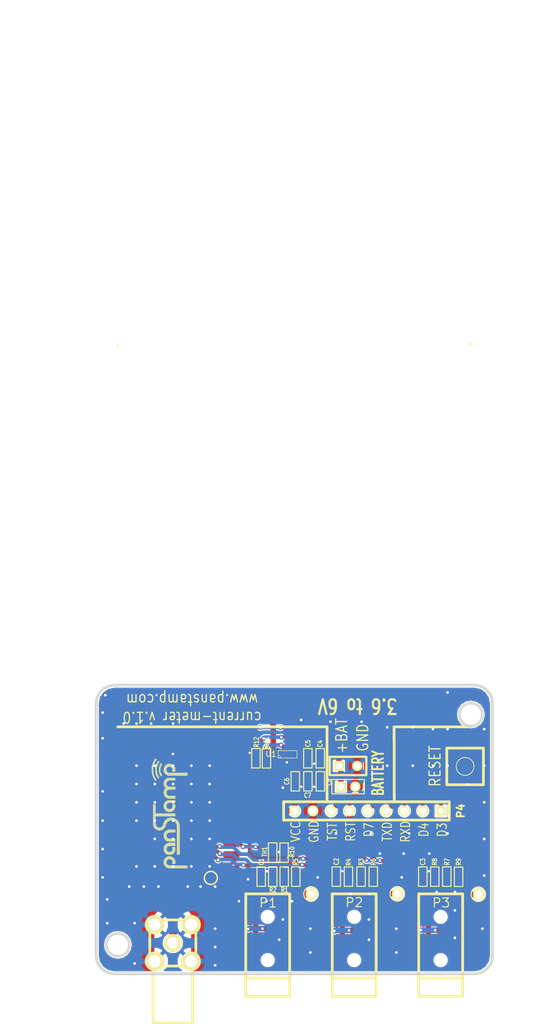
<source format=kicad_pcb>
(kicad_pcb (version 4) (host pcbnew 0.201512201246+6385~39~ubuntu14.04.1-stable)
  (title_block (title "Current meter board for panStamp 2") (date "15 Apr 2015") (rev 1.0) (company panStamp))
  (layers (0 Front signal) (1 Ground power) (2 Power power) (31 Back signal) (34 B.Paste user) (35 F.Paste user) (36 B.SilkS user) (37 F.SilkS user) (38 B.Mask user) (39 F.Mask user) (44 Edge.Cuts user))
  (net 0 "")
  (net 1 "Net-(C1-Pad1)")
  (net 2 /RESET)
  (net 3 GND)
  (net 4 VCC)
  (net 5 /D0)
  (net 6 /D1)
  (net 7 /D14)
  (net 8 /D15)
  (net 9 /D16)
  (net 10 /D17)
  (net 11 /D18)
  (net 12 /D2)
  (net 13 /TEST)
  (net 14 /D19)
  (net 15 /D20)
  (net 16 /D21)
  (net 17 /D22)
  (net 18 /A5)
  (net 19 /D5)
  (net 20 /D6)
  (net 21 /D7)
  (net 22 /TOANT)
  (net 23 /D3)
  (net 24 /D4)
  (net 25 "Net-(C2-Pad1)")
  (net 26 "Net-(C3-Pad1)")
  (net 27 +BATT)
  (net 28 /A3)
  (net 29 /A2)
  (net 30 /A1)
  (net 31 /A4)
  (net 32 /A0)
  (module old_myconnectors:PIN_ARRAY_9X1 (layer Front) (at 132.1816 142.4178 180)
    (fp_text reference P4 (at -12.89304 0 450) (layer F.SilkS) (effects (font (size 1.016 1.016) (thickness 0.254))))
    (fp_text value CONN_01X09 hide)
    (pad 1 thru_hole rect (at -10.16 0 180) (size 1.524 1.524) (drill 0.8128) (layers *.Cu *.Mask F.SilkS) (net 23 /D3))
    (pad 2 thru_hole circle (at -7.62 0 180) (size 1.524 1.524) (drill 1.016) (layers *.Cu *.Mask F.SilkS) (net 24 /D4))
    (pad 3 thru_hole circle (at -5.08 0 180) (size 1.524 1.524) (drill 1.016) (layers *.Cu *.Mask F.SilkS) (net 19 /D5))
    (pad 4 thru_hole circle (at -2.54 0 180) (size 1.524 1.524) (drill 1.016) (layers *.Cu *.Mask F.SilkS) (net 20 /D6))
    (pad 5 thru_hole circle (at 0 0 180) (size 1.524 1.524) (drill 1.016) (layers *.Cu *.Mask F.SilkS) (net 21 /D7))
    (pad 6 thru_hole circle (at 2.54 0 180) (size 1.524 1.524) (drill 1.016) (layers *.Cu *.Mask F.SilkS) (net 2 /RESET))
    (pad 7 thru_hole circle (at 5.08 0 180) (size 1.524 1.524) (drill 1.016) (layers *.Cu *.Mask F.SilkS) (net 13 /TEST))
    (pad 8 thru_hole circle (at 7.62 0 180) (size 1.524 1.524) (drill 1.016) (layers *.Cu *.Mask F.SilkS) (net 3 GND))
    (pad 9 thru_hole circle (at 10.16 0 180) (size 1.524 1.524) (drill 1.016) (layers *.Cu *.Mask F.SilkS) (net 4 VCC))
  )
  (module myconnectors:SMA_RightAngle_Tyco (layer Front) (at 105.12044 160.7312 180)
    (fp_text reference ANT1 hide)
    (fp_text value ANTENNA hide)
    (pad 1 thru_hole circle (at 0 0 180) (size 2.49936 2.49936) (drill 1.6002) (layers *.Cu *.Mask F.SilkS) (net 22 /TOANT))
    (pad 2 thru_hole circle (at 2.54 -2.54 180) (size 2.70002 2.70002) (drill 1.69926) (layers *.Cu *.Mask F.SilkS) (net 3 GND))
    (pad 2 thru_hole circle (at -2.54 -2.54 180) (size 2.70002 2.70002) (drill 1.69926) (layers *.Cu *.Mask F.SilkS) (net 3 GND))
    (pad 2 thru_hole circle (at -2.54 2.54 180) (size 2.70002 2.70002) (drill 1.69926) (layers *.Cu *.Mask F.SilkS) (net 3 GND))
    (pad 2 thru_hole circle (at 2.54 2.54 180) (size 2.70002 2.70002) (drill 1.69926) (layers *.Cu *.Mask F.SilkS) (net 3 GND))
  )
  (module mysmd:audio_jack_smd_01 (layer Front) (at 130.29184 160.528)
    (fp_text reference P2 (at 0.01016 -5.4102) (layer F.SilkS) (effects (font (size 1.27 1.27) (thickness 0.1524))))
    (fp_text value CONN_3 hide)
    (pad 1 smd rect (at -4.0005 3.27914) (size 1.99898 1.6002) (layers Front F.Paste F.Mask) (net 25 "Net-(C2-Pad1)"))
    (pad 2 smd rect (at -4.0005 0.07874) (size 1.99898 1.6002) (layers Front F.Paste F.Mask))
    (pad 3 smd rect (at -4.0005 -3.41884) (size 1.99898 1.6002) (layers Front F.Paste F.Mask) (net 29 /A2))
    (pad 1 smd rect (at 4.0005 3.27914) (size 1.99898 1.6002) (layers Front F.Paste F.Mask) (net 25 "Net-(C2-Pad1)"))
    (pad 2 smd rect (at 4.0005 0.07874) (size 1.99898 1.6002) (layers Front F.Paste F.Mask))
    (pad 3 smd rect (at 4.0005 -3.41884) (size 1.99898 1.6002) (layers Front F.Paste F.Mask) (net 29 /A2))
    (pad 5 thru_hole circle (at 0 2.58064) (size 1.651 1.651) (drill 1.651) (layers *.Cu *.Mask F.SilkS))
    (pad 6 thru_hole circle (at 0 -3.41884) (size 1.651 1.651) (drill 1.651) (layers *.Cu *.Mask F.SilkS))
  )
  (module mysmd:audio_jack_smd_01 (layer Front) (at 142.29588 160.528)
    (fp_text reference P3 (at 0.07112 -5.3594) (layer F.SilkS) (effects (font (size 1.27 1.27) (thickness 0.1524))))
    (fp_text value CONN_3 hide)
    (pad 1 smd rect (at -4.0005 3.27914) (size 1.99898 1.6002) (layers Front F.Paste F.Mask) (net 26 "Net-(C3-Pad1)"))
    (pad 2 smd rect (at -4.0005 0.07874) (size 1.99898 1.6002) (layers Front F.Paste F.Mask))
    (pad 3 smd rect (at -4.0005 -3.41884) (size 1.99898 1.6002) (layers Front F.Paste F.Mask) (net 30 /A1))
    (pad 1 smd rect (at 4.0005 3.27914) (size 1.99898 1.6002) (layers Front F.Paste F.Mask) (net 26 "Net-(C3-Pad1)"))
    (pad 2 smd rect (at 4.0005 0.07874) (size 1.99898 1.6002) (layers Front F.Paste F.Mask))
    (pad 3 smd rect (at 4.0005 -3.41884) (size 1.99898 1.6002) (layers Front F.Paste F.Mask) (net 30 /A1))
    (pad 5 thru_hole circle (at 0 2.58064) (size 1.651 1.651) (drill 1.651) (layers *.Cu *.Mask F.SilkS))
    (pad 6 thru_hole circle (at 0 -3.41884) (size 1.651 1.651) (drill 1.651) (layers *.Cu *.Mask F.SilkS))
  )
  (module mysmd:PANSTAMP_2 (layer Front) (at 105.14584 143.7132 180)
    (fp_text reference PS1 hide)
    (fp_text value PANSTAMP_NRG2 hide)
    (pad 1 smd rect (at -8.1 -9 180) (size 2.2 1.4) (layers Front F.Paste F.Mask) (net 10 /D17))
    (pad 2 smd rect (at -8.1 -7 180) (size 2.2 1.4) (layers Front F.Paste F.Mask) (net 9 /D16))
    (pad 3 smd rect (at -8.1 -5 180) (size 2.2 1.4) (layers Front F.Paste F.Mask) (net 8 /D15))
    (pad 4 smd rect (at -8.1 -3 180) (size 2.2 1.4) (layers Front F.Paste F.Mask) (net 7 /D14))
    (pad 5 smd rect (at -8.1 -1 180) (size 2.2 1.4) (layers Front F.Paste F.Mask) (net 18 /A5))
    (pad 6 smd rect (at -8.1 1 180) (size 2.2 1.4) (layers Front F.Paste F.Mask) (net 31 /A4))
    (pad 7 smd rect (at -8.1 3 180) (size 2.2 1.4) (layers Front F.Paste F.Mask) (net 28 /A3))
    (pad 8 smd rect (at -8.1 5 180) (size 2.2 1.4) (layers Front F.Paste F.Mask) (net 29 /A2))
    (pad 9 smd rect (at -8.1 7 180) (size 2.2 1.4) (layers Front F.Paste F.Mask) (net 30 /A1))
    (pad 10 smd rect (at -8.1 9 180) (size 2.2 1.4) (layers Front F.Paste F.Mask) (net 32 /A0))
    (pad 11 smd rect (at -6 11.1 270) (size 2.2 1.4) (layers Front F.Paste F.Mask) (net 13 /TEST))
    (pad 12 smd rect (at -4 11.1 270) (size 2.2 1.4) (layers Front F.Paste F.Mask) (net 2 /RESET))
    (pad 13 smd rect (at -2 11.1 270) (size 2.2 1.4) (layers Front F.Paste F.Mask) (net 4 VCC))
    (pad 14 smd rect (at 0 11.1 270) (size 2.2 1.4) (layers Front F.Paste F.Mask) (net 3 GND))
    (pad 15 smd rect (at 2 11.1 270) (size 2.2 1.4) (layers Front F.Paste F.Mask) (net 21 /D7))
    (pad 16 smd rect (at 4 11.1 270) (size 2.2 1.4) (layers Front F.Paste F.Mask) (net 20 /D6))
    (pad 17 smd rect (at 6 11.1 270) (size 2.2 1.4) (layers Front F.Paste F.Mask) (net 19 /D5))
    (pad 18 smd rect (at 8.1 9 180) (size 2.2 1.4) (layers Front F.Paste F.Mask) (net 24 /D4))
    (pad 19 smd rect (at 8.1 7 180) (size 2.2 1.4) (layers Front F.Paste F.Mask) (net 23 /D3))
    (pad 20 smd rect (at 8.1 5 180) (size 2.2 1.4) (layers Front F.Paste F.Mask) (net 12 /D2))
    (pad 21 smd rect (at 8.1 3 180) (size 2.2 1.4) (layers Front F.Paste F.Mask) (net 6 /D1))
    (pad 22 smd rect (at 8.1 1 180) (size 2.2 1.4) (layers Front F.Paste F.Mask) (net 5 /D0))
    (pad 23 smd rect (at 8.1 -1 180) (size 2.2 1.4) (layers Front F.Paste F.Mask) (net 17 /D22))
    (pad 24 smd rect (at 8.1 -3 180) (size 2.2 1.4) (layers Front F.Paste F.Mask) (net 16 /D21))
    (pad 25 smd rect (at 8.1 -5 180) (size 2.2 1.4) (layers Front F.Paste F.Mask) (net 15 /D20))
    (pad 26 smd rect (at 8.1 -7 180) (size 2.2 1.4) (layers Front F.Paste F.Mask) (net 14 /D19))
    (pad 27 smd rect (at 8.1 -9 180) (size 2.2 1.4) (layers Front F.Paste F.Mask) (net 11 /D18))
    (pad 28 smd rect (at 6 -11.1 270) (size 2.2 1.4) (layers Front F.Paste F.Mask) (net 3 GND))
    (pad 29 smd rect (at 4 -11.1 270) (size 2.2 1.4) (layers Front F.Paste F.Mask) (net 3 GND))
    (pad 30 smd rect (at 2 -11.1 270) (size 2.2 1.4) (layers Front F.Paste F.Mask) (net 3 GND))
    (pad 31 smd rect (at 0 -11.1 270) (size 2.2 1.4) (layers Front F.Paste F.Mask) (net 22 /TOANT))
    (pad 32 smd rect (at -2 -11.1 270) (size 2.2 1.4) (layers Front F.Paste F.Mask) (net 3 GND))
    (pad 33 smd rect (at -4 -11.1 270) (size 2.2 1.4) (layers Front F.Paste F.Mask) (net 3 GND))
    (pad 34 smd rect (at -6 -11.1 270) (size 2.2 1.4) (layers Front F.Paste F.Mask) (net 3 GND))
  )
  (module mysmd:switch-tact-noah (layer Front) (at 145.68424 136.2456 90)
    (fp_text reference SW1 hide)
    (fp_text value SW_PUSH_SMALL hide)
    (pad 1 smd rect (at -2.49936 -1.75006 90) (size 1.99898 1.00076) (layers Front F.Paste F.Mask) (net 2 /RESET))
    (pad 3 smd rect (at 2.49936 -1.75006 90) (size 1.99898 1.00076) (layers Front F.Paste F.Mask))
    (pad 2 smd rect (at -2.49936 1.75006 90) (size 1.99898 1.00076) (layers Front F.Paste F.Mask) (net 3 GND))
    (pad 4 smd rect (at 2.49936 1.75006 90) (size 1.99898 1.00076) (layers Front F.Paste F.Mask))
  )
  (module mysmd:audio_jack_smd_01 (layer Front) (at 118.29288 160.528)
    (fp_text reference P1 (at 0.04064 -5.34924) (layer F.SilkS) (effects (font (size 1.27 1.27) (thickness 0.1524))))
    (fp_text value CONN_3 hide)
    (pad 1 smd rect (at -4.0005 3.27914) (size 1.99898 1.6002) (layers Front F.Paste F.Mask) (net 1 "Net-(C1-Pad1)"))
    (pad 2 smd rect (at -4.0005 0.07874) (size 1.99898 1.6002) (layers Front F.Paste F.Mask))
    (pad 3 smd rect (at -4.0005 -3.41884) (size 1.99898 1.6002) (layers Front F.Paste F.Mask) (net 28 /A3))
    (pad 1 smd rect (at 4.0005 3.27914) (size 1.99898 1.6002) (layers Front F.Paste F.Mask) (net 1 "Net-(C1-Pad1)"))
    (pad 2 smd rect (at 4.0005 0.07874) (size 1.99898 1.6002) (layers Front F.Paste F.Mask))
    (pad 3 smd rect (at 4.0005 -3.41884) (size 1.99898 1.6002) (layers Front F.Paste F.Mask) (net 28 /A3))
    (pad 5 thru_hole circle (at 0 2.58064) (size 1.651 1.651) (drill 1.651) (layers *.Cu *.Mask F.SilkS))
    (pad 6 thru_hole circle (at 0 -3.41884) (size 1.651 1.651) (drill 1.651) (layers *.Cu *.Mask F.SilkS))
  )
  (module old_mysmd:SM0603S (layer Front) (at 117.38356 151.53132 90)
    (fp_text reference C1 (at 2.0574 0.02032 90) (layer F.SilkS) (effects (font (size 0.635 0.508) (thickness 0.127))))
    (fp_text value 100n hide)
    (pad 2 smd rect (at 0.7493 0 90) (size 0.7874 0.762) (layers Front F.Paste F.Mask) (net 3 GND))
    (pad 1 smd rect (at -0.7493 0 90) (size 0.7874 0.762) (layers Front F.Paste F.Mask) (net 1 "Net-(C1-Pad1)"))
  )
  (module old_mysmd:SM0603S (layer Front) (at 127.80772 151.53132 90)
    (fp_text reference C2 (at 2.08788 0.02032 90) (layer F.SilkS) (effects (font (size 0.635 0.508) (thickness 0.127))))
    (fp_text value 100n hide)
    (pad 2 smd rect (at 0.7493 0 90) (size 0.7874 0.762) (layers Front F.Paste F.Mask) (net 3 GND))
    (pad 1 smd rect (at -0.7493 0 90) (size 0.7874 0.762) (layers Front F.Paste F.Mask) (net 25 "Net-(C2-Pad1)"))
  )
  (module old_mysmd:SM0603S (layer Front) (at 139.81684 151.53132 90)
    (fp_text reference C3 (at 2.05232 0 90) (layer F.SilkS) (effects (font (size 0.635 0.508) (thickness 0.127))))
    (fp_text value 100n hide)
    (pad 2 smd rect (at 0.7493 0 90) (size 0.7874 0.762) (layers Front F.Paste F.Mask) (net 3 GND))
    (pad 1 smd rect (at -0.7493 0 90) (size 0.7874 0.762) (layers Front F.Paste F.Mask) (net 26 "Net-(C3-Pad1)"))
  )
  (module old_mysmd:SM0603S (layer Front) (at 120.57888 151.53132 90)
    (fp_text reference R1 (at -1.83896 0.04572 180) (layer F.SilkS) (effects (font (size 0.635 0.508) (thickness 0.127))))
    (fp_text value 470k hide)
    (pad 2 smd rect (at 0.7493 0 90) (size 0.7874 0.762) (layers Front F.Paste F.Mask) (net 15 /D20))
    (pad 1 smd rect (at -0.7493 0 90) (size 0.7874 0.762) (layers Front F.Paste F.Mask) (net 1 "Net-(C1-Pad1)"))
  )
  (module old_mysmd:SM0603S (layer Front) (at 118.98376 151.53132 270)
    (fp_text reference R2 (at 1.83896 -0.03048 360) (layer F.SilkS) (effects (font (size 0.635 0.508) (thickness 0.127))))
    (fp_text value 470k hide)
    (pad 2 smd rect (at 0.7493 0 270) (size 0.7874 0.762) (layers Front F.Paste F.Mask) (net 1 "Net-(C1-Pad1)"))
    (pad 1 smd rect (at -0.7493 0 270) (size 0.7874 0.762) (layers Front F.Paste F.Mask) (net 3 GND))
  )
  (module old_mysmd:SM0603S (layer Front) (at 131.2418 151.53132 90)
    (fp_text reference R3 (at 2.032 0.0254 90) (layer F.SilkS) (effects (font (size 0.635 0.508) (thickness 0.127))))
    (fp_text value 470k hide)
    (pad 2 smd rect (at 0.7493 0 90) (size 0.7874 0.762) (layers Front F.Paste F.Mask) (net 16 /D21))
    (pad 1 smd rect (at -0.7493 0 90) (size 0.7874 0.762) (layers Front F.Paste F.Mask) (net 25 "Net-(C2-Pad1)"))
  )
  (module old_mysmd:SM0603S (layer Front) (at 129.49428 151.53132 270)
    (fp_text reference R4 (at -2.02184 -0.02032 270) (layer F.SilkS) (effects (font (size 0.635 0.508) (thickness 0.127))))
    (fp_text value 470k hide)
    (pad 2 smd rect (at 0.7493 0 270) (size 0.7874 0.762) (layers Front F.Paste F.Mask) (net 25 "Net-(C2-Pad1)"))
    (pad 1 smd rect (at -0.7493 0 270) (size 0.7874 0.762) (layers Front F.Paste F.Mask) (net 3 GND))
  )
  (module old_mysmd:SM0603S (layer Front) (at 122.18416 151.53132 90)
    (fp_text reference R5 (at 2.02692 0 90) (layer F.SilkS) (effects (font (size 0.635 0.508) (thickness 0.127))))
    (fp_text value 100 hide)
    (pad 2 smd rect (at 0.7493 0 90) (size 0.7874 0.762) (layers Front F.Paste F.Mask) (net 28 /A3))
    (pad 1 smd rect (at -0.7493 0 90) (size 0.7874 0.762) (layers Front F.Paste F.Mask) (net 1 "Net-(C1-Pad1)"))
  )
  (module old_mysmd:SM0603S (layer Front) (at 132.93852 151.53132 90)
    (fp_text reference R6 (at 2.04216 0.01524 90) (layer F.SilkS) (effects (font (size 0.635 0.508) (thickness 0.127))))
    (fp_text value 100 hide)
    (pad 2 smd rect (at 0.7493 0 90) (size 0.7874 0.762) (layers Front F.Paste F.Mask) (net 29 /A2))
    (pad 1 smd rect (at -0.7493 0 90) (size 0.7874 0.762) (layers Front F.Paste F.Mask) (net 25 "Net-(C2-Pad1)"))
  )
  (module old_mysmd:SM0603S (layer Front) (at 143.14424 151.53132 90)
    (fp_text reference R7 (at 2.05232 0.03556 90) (layer F.SilkS) (effects (font (size 0.635 0.508) (thickness 0.127))))
    (fp_text value 470k hide)
    (pad 2 smd rect (at 0.7493 0 90) (size 0.7874 0.762) (layers Front F.Paste F.Mask) (net 17 /D22))
    (pad 1 smd rect (at -0.7493 0 90) (size 0.7874 0.762) (layers Front F.Paste F.Mask) (net 26 "Net-(C3-Pad1)"))
  )
  (module old_mysmd:SM0603S (layer Front) (at 141.47292 151.53132 270)
    (fp_text reference R8 (at -2.0574 0.00508 270) (layer F.SilkS) (effects (font (size 0.635 0.508) (thickness 0.127))))
    (fp_text value 470k hide)
    (pad 2 smd rect (at 0.7493 0 270) (size 0.7874 0.762) (layers Front F.Paste F.Mask) (net 26 "Net-(C3-Pad1)"))
    (pad 1 smd rect (at -0.7493 0 270) (size 0.7874 0.762) (layers Front F.Paste F.Mask) (net 3 GND))
  )
  (module old_mysmd:SM0603S (layer Front) (at 144.78 151.55672 90)
    (fp_text reference R9 (at 2.0828 0.00508 90) (layer F.SilkS) (effects (font (size 0.635 0.508) (thickness 0.127))))
    (fp_text value 100 hide)
    (pad 2 smd rect (at 0.7493 0 90) (size 0.7874 0.762) (layers Front F.Paste F.Mask) (net 30 /A1))
    (pad 1 smd rect (at -0.7493 0 90) (size 0.7874 0.762) (layers Front F.Paste F.Mask) (net 26 "Net-(C3-Pad1)"))
  )
  (module mysmd:SM0603S (layer Front) (at 118.9736 148.19884 90)
    (fp_text reference TH1 (at 0.11684 -1.1176 90) (layer F.SilkS) (effects (font (size 0.635 0.508) (thickness 0.127))))
    (fp_text value THERMISTOR hide)
    (pad 2 smd rect (at 0.7493 0 90) (size 0.7874 0.762) (layers Front F.Paste F.Mask) (net 7 /D14))
    (pad 1 smd rect (at -0.7493 0 90) (size 0.7874 0.762) (layers Front F.Paste F.Mask) (net 18 /A5))
  )
  (module old_mysmd:SM0603S (layer Front) (at 125.57252 135.11276 270)
    (fp_text reference C4 (at -2.02184 0 270) (layer F.SilkS) (effects (font (size 0.635 0.508) (thickness 0.127))))
    (fp_text value 10u hide)
    (pad 2 smd rect (at 0.7493 0 270) (size 0.7874 0.762) (layers Front F.Paste F.Mask) (net 3 GND))
    (pad 1 smd rect (at -0.7493 0 270) (size 0.7874 0.762) (layers Front F.Paste F.Mask) (net 27 +BATT))
  )
  (module mysmd:SM0603S (layer Front) (at 123.86056 135.11276 270)
    (fp_text reference C5 (at -2.04724 -0.02032 270) (layer F.SilkS) (effects (font (size 0.635 0.508) (thickness 0.127))))
    (fp_text value 1u hide)
    (pad 2 smd rect (at 0.7493 0 270) (size 0.7874 0.762) (layers Front F.Paste F.Mask) (net 3 GND))
    (pad 1 smd rect (at -0.7493 0 270) (size 0.7874 0.762) (layers Front F.Paste F.Mask) (net 27 +BATT))
  )
  (module mysmd:SM0603S (layer Front) (at 122.11812 138.30808 270)
    (fp_text reference C6 (at 0 1.1684 270) (layer F.SilkS) (effects (font (size 0.635 0.508) (thickness 0.127))))
    (fp_text value 10u hide)
    (pad 2 smd rect (at 0.7493 0 270) (size 0.7874 0.762) (layers Front F.Paste F.Mask) (net 3 GND))
    (pad 1 smd rect (at -0.7493 0 270) (size 0.7874 0.762) (layers Front F.Paste F.Mask) (net 4 VCC))
  )
  (module mysmd:SM0603S (layer Front) (at 123.86564 138.30808 270)
    (fp_text reference C7 (at 1.9558 0.03556 360) (layer F.SilkS) (effects (font (size 0.635 0.508) (thickness 0.127))))
    (fp_text value 1u hide)
    (pad 2 smd rect (at 0.7493 0 270) (size 0.7874 0.762) (layers Front F.Paste F.Mask) (net 3 GND))
    (pad 1 smd rect (at -0.7493 0 270) (size 0.7874 0.762) (layers Front F.Paste F.Mask) (net 4 VCC))
  )
  (module old_mysmd:SM0603S (layer Front) (at 125.58268 138.30808 270)
    (fp_text reference C8 (at 0.1016 -1.2192 270) (layer F.SilkS) (effects (font (size 0.635 0.508) (thickness 0.127))))
    (fp_text value 100n hide)
    (pad 2 smd rect (at 0.7493 0 270) (size 0.7874 0.762) (layers Front F.Paste F.Mask) (net 3 GND))
    (pad 1 smd rect (at -0.7493 0 270) (size 0.7874 0.762) (layers Front F.Paste F.Mask) (net 4 VCC))
  )
  (module old_mysmd:SM0603S (layer Front) (at 120.56364 148.209 90)
    (fp_text reference R10 (at 0.127 1.10236 90) (layer F.SilkS) (effects (font (size 0.635 0.508) (thickness 0.127))))
    (fp_text value 10k hide)
    (pad 2 smd rect (at 0.7493 0 90) (size 0.7874 0.762) (layers Front F.Paste F.Mask) (net 3 GND))
    (pad 1 smd rect (at -0.7493 0 90) (size 0.7874 0.762) (layers Front F.Paste F.Mask) (net 18 /A5))
  )
  (module libcms:SOT23 (layer Front) (at 121.0818 134.5692)
    (fp_text reference U1 (at -2.3368 -0.0508 180) (layer F.SilkS) (effects (font (size 0.762 0.762) (thickness 0.11938))))
    (fp_text value MCP1700-3.0 hide)
    (pad 3 smd rect (at 0 -1.09982) (size 0.8001 1.00076) (layers Front F.Paste F.Mask) (net 27 +BATT))
    (pad 2 smd rect (at 0.9525 1.09982) (size 0.8001 1.00076) (layers Front F.Paste F.Mask) (net 4 VCC))
    (pad 1 smd rect (at -0.9525 1.09982) (size 0.8001 1.00076) (layers Front F.Paste F.Mask) (net 3 GND))
  )
  (module myconnectors:JMP-2 (layer Front) (at 129.43332 136.17956)
    (fp_text reference BT1 hide)
    (fp_text value BATTERY (at 4.17068 0.99568 90) (layer F.SilkS) (effects (font (size 1.524 1.016) (thickness 0.254))))
    (pad 1 thru_hole rect (at -1.27 0) (size 1.41986 1.41986) (drill 0.89916) (layers *.Cu *.Mask F.SilkS) (net 27 +BATT))
    (pad 2 thru_hole circle (at 1.27 0) (size 1.41986 1.41986) (drill 0.89916) (layers *.Cu *.Mask F.SilkS) (net 3 GND))
  )
  (module myconnectors:conn_1x2_2mm (layer Front) (at 129.44348 139.04976)
    (fp_text reference P5 hide)
    (fp_text value CONN_01X02 hide)
    (pad 1 thru_hole rect (at -1 0) (size 1.41986 1.41986) (drill 0.89916) (layers *.Cu *.Mask F.SilkS) (net 27 +BATT))
    (pad 2 thru_hole circle (at 1 0) (size 1.41986 1.41986) (drill 0.89916) (layers *.Cu *.Mask F.SilkS) (net 3 GND))
  )
  (module mymods:PANSTAMPLOGO (layer Front) (at 101.86924 150.38324 90)
    (fp_text reference G*** hide)
    (fp_text value PANSTAMPLOGO hide)
  )
  (module myconnectors:pin (layer Front) (at 124.30252 153.94432)
    (fp_text reference P6 hide)
    (fp_text value CONN_01X01 hide)
    (pad 1 thru_hole circle (at 0 0) (size 1.524 1.524) (drill 1.016) (layers *.Cu *.Mask F.SilkS) (net 28 /A3))
  )
  (module myconnectors:pin (layer Front) (at 136.28116 153.91892)
    (fp_text reference P7 hide)
    (fp_text value CONN_01X01 hide)
    (pad 1 thru_hole circle (at 0 0) (size 1.524 1.524) (drill 1.016) (layers *.Cu *.Mask F.SilkS) (net 29 /A2))
  )
  (module myconnectors:pin (layer Front) (at 147.5232 153.9748)
    (fp_text reference P8 hide)
    (fp_text value CONN_01X01 hide)
    (pad 1 thru_hole circle (at 0 0) (size 1.524 1.524) (drill 1.016) (layers *.Cu *.Mask F.SilkS) (net 30 /A1))
  )
  (module old_mysmd:SM0603S (layer Front) (at 118.11508 135.11784 90)
    (fp_text reference R11 (at 2.28092 0.04572 90) (layer F.SilkS) (effects (font (size 0.635 0.508) (thickness 0.127))))
    (fp_text value 1M hide)
    (pad 2 smd rect (at 0.7493 0 90) (size 0.7874 0.762) (layers Front F.Paste F.Mask) (net 27 +BATT))
    (pad 1 smd rect (at -0.7493 0 90) (size 0.7874 0.762) (layers Front F.Paste F.Mask) (net 32 /A0))
  )
  (module old_mysmd:SM0603S (layer Front) (at 116.65204 135.11276 270)
    (fp_text reference R12 (at -2.2352 -0.07112 270) (layer F.SilkS) (effects (font (size 0.635 0.508) (thickness 0.127))))
    (fp_text value 1M hide)
    (pad 2 smd rect (at 0.7493 0 270) (size 0.7874 0.762) (layers Front F.Paste F.Mask) (net 32 /A0))
    (pad 1 smd rect (at -0.7493 0 270) (size 0.7874 0.762) (layers Front F.Paste F.Mask) (net 3 GND))
  )
  (gr_text TST (at 127.254 145.288 90) (layer F.SilkS) (effects (font (size 1.27 1.016) (thickness 0.1524))))
  (gr_text GND (at 124.714 145.288 90) (layer F.SilkS) (effects (font (size 1.27 1.016) (thickness 0.1524))))
  (gr_text TXD (at 134.874 145.288 90) (layer F.SilkS) (effects (font (size 1.27 1.016) (thickness 0.1524))))
  (gr_text RST (at 129.794 145.288 90) (layer F.SilkS) (effects (font (size 1.27 1.016) (thickness 0.1524))))
  (gr_text D3 (at 142.494 145.034 90) (layer F.SilkS) (effects (font (size 1.27 1.016) (thickness 0.1524))))
  (gr_text VCC (at 122.174 145.288 90) (layer F.SilkS) (effects (font (size 1.27 1.016) (thickness 0.1524))))
  (gr_text D4 (at 139.954 145.034 90) (layer F.SilkS) (effects (font (size 1.27 1.016) (thickness 0.1524))))
  (gr_text RXD (at 137.414 145.288 90) (layer F.SilkS) (effects (font (size 1.27 1.016) (thickness 0.1524))))
  (gr_text D7 (at 132.334 145.034 90) (layer F.SilkS) (effects (font (size 1.27 1.016) (thickness 0.1524))))
  (gr_circle (center 146.48688 129.0447) (end 148.08708 129.04724) (layer Edge.Cuts) (width 0.381))
  (gr_line (start 146.97202 124.98578) (end 146.97202 124.99086) (angle 90) (layer Edge.Cuts) (width 0.381))
  (gr_line (start 97.0407 124.98578) (end 146.97202 124.98578) (angle 90) (layer Edge.Cuts) (width 0.381))
  (gr_line (start 94.5007 127.508) (end 94.49308 127.508) (angle 90) (layer Edge.Cuts) (width 0.381))
  (gr_line (start 94.5007 162.45586) (end 94.5007 127.508) (angle 90) (layer Edge.Cuts) (width 0.381))
  (gr_line (start 96.99752 165.00348) (end 96.99752 164.9984) (angle 90) (layer Edge.Cuts) (width 0.381))
  (gr_line (start 146.9517 165.00348) (end 96.99752 165.00348) (angle 90) (layer Edge.Cuts) (width 0.381))
  (gr_line (start 149.47392 162.51174) (end 149.48408 162.51174) (angle 90) (layer Edge.Cuts) (width 0.381))
  (gr_line (start 149.47392 127.508) (end 149.47392 162.51174) (angle 90) (layer Edge.Cuts) (width 0.381))
  (gr_arc (start 146.96948 162.49142) (end 149.48408 162.49142) (angle 90) (layer Edge.Cuts) (width 0.381))
  (gr_arc (start 146.9771 127.48768) (end 146.9771 124.9934) (angle 90) (layer Edge.Cuts) (width 0.381))
  (gr_arc (start 97.00514 162.49142) (end 97.00514 164.9984) (angle 90) (layer Edge.Cuts) (width 0.381))
  (gr_arc (start 97.00006 127.49784) (end 94.49308 127.49784) (angle 90) (layer Edge.Cuts) (width 0.381))
  (gr_circle (center 97.49028 160.98774) (end 99.09302 160.99282) (layer Edge.Cuts) (width 0.381))
  (gr_text "current-meter v.1.0\nwww.panstamp.com" (at 107.7849 128.2065 180) (layer F.SilkS) (effects (font (size 1.524 1.27) (thickness 0.1778))))
  (gr_line (start 146.4818 77.6986) (end 146.48688 77.6986) (angle 90) (layer F.SilkS) (width 0.381))
  (gr_line (start 135.82396 130.7592) (end 146.4818 130.7592) (angle 90) (layer F.SilkS) (width 0.381))
  (gr_line (start 135.82396 132.7658) (end 135.82396 130.7592) (angle 90) (layer F.SilkS) (width 0.381))
  (gr_line (start 97.4852 77.89164) (end 97.50044 77.89164) (angle 90) (layer F.SilkS) (width 0.381))
  (gr_line (start 126.52248 130.75412) (end 97.4852 130.75412) (angle 90) (layer F.SilkS) (width 0.381))
  (gr_line (start 126.52248 132.17652) (end 126.52248 130.75412) (angle 90) (layer F.SilkS) (width 0.381))
  (gr_line (start 135.85444 141.05636) (end 135.87476 141.05636) (angle 90) (layer F.SilkS) (width 0.381))
  (gr_line (start 135.85444 140.081) (end 135.85444 141.05636) (angle 90) (layer F.SilkS) (width 0.381))
  (gr_line (start 126.52756 141.0462) (end 126.5936 141.0462) (angle 90) (layer F.SilkS) (width 0.381))
  (gr_line (start 126.52756 140.03528) (end 126.52756 141.0462) (angle 90) (layer F.SilkS) (width 0.381))
  (gr_line (start 126.5174 140.1826) (end 126.5428 140.1826) (angle 90) (layer F.SilkS) (width 0.381))
  (gr_line (start 126.5174 131.9276) (end 126.5174 140.1826) (angle 90) (layer F.SilkS) (width 0.381))
  (gr_line (start 135.8392 140.12672) (end 135.84428 140.12672) (angle 90) (layer F.SilkS) (width 0.381))
  (gr_line (start 135.8392 131.95808) (end 135.8392 140.12672) (angle 90) (layer F.SilkS) (width 0.381))
  (gr_text "3.6 to 6V" (at 130.7592 127.8636 180) (layer F.SilkS) (effects (font (size 2.032 1.524) (thickness 0.3048))))
  (gr_text RESET (at 141.5034 136.1948 90) (layer F.SilkS) (effects (font (size 1.524 1.27) (thickness 0.1778))))
  (gr_text GND (at 131.48056 132.24764 90) (layer F.SilkS) (effects (font (size 1.524 1.27) (thickness 0.1778))))
  (gr_text +BAT (at 128.55448 131.98856 90) (layer F.SilkS) (effects (font (size 1.524 1.27) (thickness 0.1778))))
  (segment (start 122.29338 163.80714) (end 120.72874 163.80714) (width 0.762) (layer Front) (net 1))
  (segment (start 119.77116 161.65576) (end 116.61648 161.65576) (width 0.762) (layer Front) (net 1))
  (segment (start 120.23344 162.11804) (end 119.77116 161.65576) (width 0.762) (layer Front) (net 1))
  (segment (start 120.23344 163.31184) (end 120.23344 162.11804) (width 0.762) (layer Front) (net 1))
  (segment (start 120.72874 163.80714) (end 120.23344 163.31184) (width 0.762) (layer Front) (net 1))
  (segment (start 116.61648 161.76244) (end 116.61648 163.13404) (width 0.762) (layer Front) (net 1))
  (segment (start 116.61648 161.65576) (end 116.61648 161.76244) (width 0.762) (layer Front) (net 1))
  (segment (start 115.94338 163.80714) (end 114.29238 163.80714) (width 0.762) (layer Front) (net 1))
  (segment (start 116.61648 163.13404) (end 115.94338 163.80714) (width 0.762) (layer Front) (net 1))
  (segment (start 120.57888 152.28062) (end 122.18416 152.28062) (width 0.762) (layer Front) (net 1))
  (segment (start 118.98376 152.28062) (end 120.57888 152.28062) (width 0.762) (layer Front) (net 1))
  (segment (start 117.38356 152.28062) (end 118.19128 152.28062) (width 0.762) (layer Front) (net 1))
  (segment (start 118.19128 152.28062) (end 118.98376 152.28062) (width 0.762) (layer Front) (net 1))
  (segment (start 116.61648 153.0477) (end 117.38356 152.28062) (width 0.762) (layer Front) (net 1))
  (segment (start 116.61648 161.76244) (end 116.61648 153.0477) (width 0.762) (layer Front) (net 1))
  (segment (start 117.7544 130.83032) (end 120.03024 130.83032) (width 0.508) (layer Back) (net 2))
  (segment (start 120.07088 130.83032) (end 120.17756 130.83032) (width 0.508) (layer Front) (net 2))
  (segment (start 120.05056 130.85064) (end 120.07088 130.83032) (width 0.508) (layer Front) (net 2))
  (via (at 120.05056 130.85064) (size 0.6858) (layers Front Back) (net 2))
  (segment (start 120.03024 130.83032) (end 120.05056 130.85064) (width 0.508) (layer Back) (net 2))
  (segment (start 109.14584 131.44296) (end 109.7534 130.8354) (width 0.508) (layer Front) (net 2))
  (segment (start 109.7534 130.8354) (end 117.26672 130.8354) (width 0.508) (layer Front) (net 2))
  (segment (start 117.26672 130.8354) (end 117.2718 130.83032) (width 0.508) (layer Front) (net 2))
  (via (at 117.2718 130.83032) (size 0.6858) (layers Front Back) (net 2))
  (segment (start 109.14584 132.6132) (end 109.14584 131.44296) (width 0.508) (layer Front) (net 2))
  (segment (start 120.17756 130.83032) (end 123.49988 130.83032) (width 0.508) (layer Front) (net 2))
  (segment (start 123.49988 130.83032) (end 123.8504 131.18084) (width 0.508) (layer Front) (net 2))
  (segment (start 123.8504 131.18084) (end 132.14604 131.18084) (width 0.508) (layer Front) (net 2))
  (segment (start 132.14604 131.18084) (end 132.62864 131.66344) (width 0.508) (layer Front) (net 2))
  (segment (start 132.62864 131.66344) (end 132.62864 140.42644) (width 0.508) (layer Front) (net 2))
  (segment (start 132.62864 140.42644) (end 132.05968 140.9954) (width 0.508) (layer Front) (net 2))
  (segment (start 132.05968 140.9954) (end 130.04292 140.9954) (width 0.508) (layer Front) (net 2))
  (segment (start 130.04292 140.9954) (end 129.6416 141.39672) (width 0.508) (layer Front) (net 2))
  (segment (start 129.6416 141.39672) (end 129.6416 142.4178) (width 0.508) (layer Front) (net 2))
  (segment (start 117.2718 130.83032) (end 117.7544 130.83032) (width 0.508) (layer Back) (net 2))
  (segment (start 130.44424 143.9672) (end 143.41856 143.9672) (width 0.762) (layer Front) (net 2))
  (segment (start 143.41856 143.9672) (end 143.93418 143.45158) (width 0.762) (layer Front) (net 2))
  (segment (start 143.93418 143.45158) (end 143.93418 138.74496) (width 0.762) (layer Front) (net 2))
  (segment (start 129.6416 143.16456) (end 130.44424 143.9672) (width 0.762) (layer Front) (net 2))
  (segment (start 129.6416 142.4178) (end 129.6416 143.16456) (width 0.762) (layer Front) (net 2))
  (segment (start 95.377 128.778) (end 95.377 126.746) (width 0.762) (layer Back) (net 3))
  (via (at 95.377 128.778) (size 0.8763) (drill 0.3683) (layers Front Back) (net 3))
  (segment (start 95.377 132.334) (end 95.377 139.7) (width 0.762) (layer Back) (net 3))
  (via (at 95.377 139.7) (size 0.8763) (drill 0.3683) (layers Front Back) (net 3))
  (segment (start 95.377 143.764) (end 95.377 147.701) (width 0.762) (layer Back) (net 3))
  (via (at 95.377 147.701) (size 0.8763) (drill 0.3683) (layers Front Back) (net 3))
  (segment (start 96.012 154.686) (end 96.012 154.559) (width 0.762) (layer Back) (net 3))
  (via (at 96.012 154.686) (size 0.8763) (drill 0.3683) (layers Front Back) (net 3))
  (segment (start 96.012 157.988) (end 99.822 157.988) (width 0.762) (layer Back) (net 3))
  (segment (start 100.0252 158.1912) (end 99.822 157.988) (width 0.762) (layer Back) (net 3))
  (via (at 99.822 157.988) (size 0.8763) (drill 0.3683) (layers Front Back) (net 3))
  (segment (start 102.58044 158.1912) (end 100.0252 158.1912) (width 0.762) (layer Back) (net 3))
  (via (at 96.012 157.988) (size 0.8763) (drill 0.3683) (layers Front Back) (net 3))
  (segment (start 96.012 154.686) (end 96.012 157.988) (width 0.762) (layer Back) (net 3))
  (via (at 95.377 151.638) (size 0.8763) (drill 0.3683) (layers Front Back) (net 3))
  (segment (start 95.377 153.924) (end 95.377 151.638) (width 0.762) (layer Back) (net 3))
  (segment (start 96.012 154.559) (end 95.377 153.924) (width 0.762) (layer Back) (net 3))
  (segment (start 95.377 147.701) (end 95.377 151.638) (width 0.762) (layer Back) (net 3))
  (via (at 95.377 143.764) (size 0.8763) (drill 0.3683) (layers Front Back) (net 3))
  (segment (start 95.377 139.7) (end 95.377 143.764) (width 0.762) (layer Back) (net 3))
  (via (at 95.377 132.334) (size 0.8763) (drill 0.3683) (layers Front Back) (net 3))
  (segment (start 95.377 128.778) (end 95.377 132.334) (width 0.762) (layer Back) (net 3))
  (via (at 95.758 126.365) (size 0.8763) (drill 0.3683) (layers Front Back) (net 3))
  (segment (start 95.377 126.746) (end 95.758 126.365) (width 0.762) (layer Back) (net 3))
  (segment (start 98.298 130.302) (end 100.076 130.302) (width 0.762) (layer Back) (net 3))
  (via (at 100.076 130.302) (size 0.8763) (drill 0.3683) (layers Front Back) (net 3))
  (segment (start 102.108 130.302) (end 105.156 130.302) (width 0.762) (layer Back) (net 3))
  (segment (start 105.14076 130.31724) (end 105.156 130.302) (width 0.762) (layer Back) (net 3))
  (via (at 105.156 130.302) (size 0.8763) (drill 0.3683) (layers Front Back) (net 3))
  (segment (start 105.14584 134.5184) (end 105.14076 134.52348) (width 0.762) (layer Front) (net 3))
  (via (at 105.14076 134.52348) (size 0.6858) (layers Front Back) (net 3))
  (segment (start 105.14584 134.5184) (end 105.14584 132.6132) (width 0.762) (layer Front) (net 3))
  (segment (start 105.14076 134.52348) (end 105.14076 130.31724) (width 0.762) (layer Back) (net 3))
  (via (at 102.108 130.302) (size 0.8763) (drill 0.3683) (layers Front Back) (net 3))
  (segment (start 100.076 130.302) (end 102.108 130.302) (width 0.762) (layer Back) (net 3))
  (via (at 98.298 130.302) (size 0.8763) (drill 0.3683) (layers Front Back) (net 3))
  (segment (start 122.9614 139.05738) (end 120.53062 139.05738) (width 0.762) (layer Back) (net 3))
  (via (at 120.396 139.192) (size 0.8763) (drill 0.3683) (layers Front Back) (net 3))
  (segment (start 120.53062 139.05738) (end 120.396 139.192) (width 0.762) (layer Back) (net 3))
  (segment (start 127 130.048) (end 123.19 130.048) (width 0.762) (layer Back) (net 3))
  (via (at 127 130.048) (size 0.8763) (drill 0.3683) (layers Front Back) (net 3))
  (segment (start 134.874 130.81) (end 132.08 130.81) (width 0.762) (layer Back) (net 3))
  (via (at 134.874 130.81) (size 0.8763) (drill 0.3683) (layers Front Back) (net 3))
  (via (at 131.318 130.048) (size 0.8763) (drill 0.3683) (layers Front Back) (net 3))
  (segment (start 132.08 130.81) (end 131.318 130.048) (width 0.762) (layer Back) (net 3))
  (segment (start 127 130.048) (end 131.318 130.048) (width 0.762) (layer Back) (net 3))
  (via (at 122.936 129.794) (size 0.8763) (drill 0.3683) (layers Front Back) (net 3))
  (segment (start 123.19 130.048) (end 122.936 129.794) (width 0.762) (layer Back) (net 3))
  (segment (start 134.874 136.144) (end 134.874 130.81) (width 0.762) (layer Back) (net 3))
  (segment (start 138.43 130.81) (end 138.43 136.144) (width 0.762) (layer Back) (net 3))
  (via (at 138.43 136.144) (size 0.8763) (drill 0.3683) (layers Front Back) (net 3))
  (via (at 141.224 136.144) (size 0.8763) (drill 0.3683) (layers Front Back) (net 3))
  (segment (start 138.43 136.144) (end 141.224 136.144) (width 0.762) (layer Back) (net 3))
  (via (at 138.43 130.81) (size 0.8763) (drill 0.3683) (layers Front Back) (net 3))
  (segment (start 134.874 130.81) (end 138.43 130.81) (width 0.762) (layer Back) (net 3))
  (via (at 134.874 136.144) (size 0.8763) (drill 0.3683) (layers Front Back) (net 3))
  (segment (start 141.224 131.064) (end 141.224 136.144) (width 0.762) (layer Back) (net 3))
  (via (at 143.256 136.144) (size 0.8763) (drill 0.3683) (layers Front Back) (net 3))
  (segment (start 141.224 136.144) (end 143.256 136.144) (width 0.762) (layer Back) (net 3))
  (via (at 141.224 131.064) (size 0.8763) (drill 0.3683) (layers Front Back) (net 3))
  (segment (start 143.256 125.984) (end 143.256 131.064) (width 0.762) (layer Back) (net 3))
  (via (at 143.256 131.064) (size 0.8763) (drill 0.3683) (layers Front Back) (net 3))
  (segment (start 143.256 136.144) (end 148.336 136.144) (width 0.762) (layer Back) (net 3))
  (via (at 148.336 136.144) (size 0.8763) (drill 0.3683) (layers Front Back) (net 3))
  (segment (start 143.256 131.064) (end 143.256 136.144) (width 0.762) (layer Back) (net 3))
  (via (at 143.256 125.984) (size 0.8763) (drill 0.3683) (layers Front Back) (net 3))
  (segment (start 127.762 145.542) (end 132.588 145.542) (width 0.762) (layer Back) (net 3))
  (via (at 132.588 145.542) (size 0.8763) (drill 0.3683) (layers Front Back) (net 3))
  (segment (start 137.922 145.542) (end 143.256 145.542) (width 0.762) (layer Back) (net 3))
  (segment (start 143.51 145.288) (end 143.256 145.542) (width 0.762) (layer Back) (net 3))
  (via (at 143.256 145.542) (size 0.8763) (drill 0.3683) (layers Front Back) (net 3))
  (segment (start 143.51 145.288) (end 148.336 145.288) (width 0.762) (layer Back) (net 3))
  (via (at 137.922 145.542) (size 0.8763) (drill 0.3683) (layers Front Back) (net 3))
  (segment (start 132.588 145.542) (end 137.922 145.542) (width 0.762) (layer Back) (net 3))
  (via (at 127.762 145.542) (size 0.8763) (drill 0.3683) (layers Front Back) (net 3))
  (segment (start 148.336 131.064) (end 148.336 136.144) (width 0.762) (layer Back) (net 3))
  (segment (start 148.336 141.224) (end 148.336 145.288) (width 0.762) (layer Back) (net 3))
  (segment (start 148.336 145.288) (end 148.336 146.304) (width 0.762) (layer Back) (net 3))
  (via (at 148.336 146.304) (size 0.8763) (drill 0.3683) (layers Front Back) (net 3))
  (segment (start 144.272 151.892) (end 144.272 153.67) (width 0.762) (layer Back) (net 3))
  (via (at 144.272 153.67) (size 0.8763) (drill 0.3683) (layers Front Back) (net 3))
  (via (at 148.336 151.384) (size 0.8763) (drill 0.3683) (layers Front Back) (net 3))
  (segment (start 144.78 151.384) (end 148.336 151.384) (width 0.762) (layer Back) (net 3))
  (segment (start 144.272 151.892) (end 144.78 151.384) (width 0.762) (layer Back) (net 3))
  (segment (start 148.336 146.304) (end 148.336 151.384) (width 0.762) (layer Back) (net 3))
  (via (at 148.336 141.224) (size 0.8763) (drill 0.3683) (layers Front Back) (net 3))
  (segment (start 148.336 136.144) (end 148.336 141.224) (width 0.762) (layer Back) (net 3))
  (via (at 148.336 131.064) (size 0.8763) (drill 0.3683) (layers Front Back) (net 3))
  (segment (start 144.272 158.75) (end 148.082 158.75) (width 0.762) (layer Back) (net 3))
  (via (at 148.082 158.75) (size 0.8763) (drill 0.3683) (layers Front Back) (net 3))
  (segment (start 136.144 158.75) (end 136.144 155.956) (width 0.762) (layer Back) (net 3))
  (via (at 136.144 158.75) (size 0.8763) (drill 0.3683) (layers Front Back) (net 3))
  (segment (start 136.144 162.052) (end 136.144 158.75) (width 0.762) (layer Back) (net 3))
  (segment (start 136.144 158.75) (end 132.334 158.75) (width 0.762) (layer Back) (net 3))
  (via (at 136.144 162.052) (size 0.8763) (drill 0.3683) (layers Front Back) (net 3))
  (segment (start 124.206 162.052) (end 124.206 158.75) (width 0.762) (layer Back) (net 3))
  (via (at 124.206 158.75) (size 0.8763) (drill 0.3683) (layers Front Back) (net 3))
  (segment (start 124.206 158.75) (end 120.396 158.75) (width 0.762) (layer Back) (net 3))
  (via (at 124.206 162.052) (size 0.8763) (drill 0.3683) (layers Front Back) (net 3))
  (segment (start 120.396 157.48) (end 120.396 158.75) (width 0.762) (layer Back) (net 3))
  (segment (start 120.396 158.75) (end 120.396 159.766) (width 0.762) (layer Back) (net 3))
  (segment (start 119.888 156.972) (end 120.396 157.48) (width 0.762) (layer Back) (net 3))
  (via (at 120.396 157.48) (size 0.8763) (drill 0.3683) (layers Front Back) (net 3))
  (segment (start 119.888 154.94) (end 119.888 156.972) (width 0.762) (layer Back) (net 3))
  (via (at 119.888 160.274) (size 0.8763) (drill 0.3683) (layers Front Back) (net 3))
  (segment (start 120.396 159.766) (end 119.888 160.274) (width 0.762) (layer Back) (net 3))
  (segment (start 121.666 154.94) (end 119.888 154.94) (width 0.762) (layer Back) (net 3))
  (segment (start 119.888 154.94) (end 118.11 154.94) (width 0.762) (layer Back) (net 3))
  (segment (start 118.17604 154.87396) (end 118.11 154.94) (width 0.762) (layer Back) (net 3))
  (via (at 118.11 154.94) (size 0.8763) (drill 0.3683) (layers Front Back) (net 3))
  (segment (start 118.17604 154.87396) (end 118.17604 150.78202) (width 0.762) (layer Back) (net 3))
  (via (at 121.666 154.94) (size 0.8763) (drill 0.3683) (layers Front Back) (net 3))
  (segment (start 132.334 160.274) (end 132.334 158.75) (width 0.762) (layer Back) (net 3))
  (segment (start 132.334 158.75) (end 132.334 157.48) (width 0.762) (layer Back) (net 3))
  (via (at 132.334 157.48) (size 0.8763) (drill 0.3683) (layers Front Back) (net 3))
  (segment (start 132.334 153.924) (end 129.794 153.924) (width 0.762) (layer Back) (net 3))
  (segment (start 128.64592 153.28392) (end 129.286 153.924) (width 0.762) (layer Back) (net 3))
  (segment (start 129.286 153.924) (end 129.794 153.924) (width 0.762) (layer Back) (net 3))
  (via (at 129.794 153.924) (size 0.8763) (drill 0.3683) (layers Front Back) (net 3))
  (segment (start 128.64592 153.28392) (end 128.64592 150.78202) (width 0.762) (layer Back) (net 3))
  (via (at 132.334 153.924) (size 0.8763) (drill 0.3683) (layers Front Back) (net 3))
  (segment (start 132.334 157.48) (end 132.334 153.924) (width 0.762) (layer Back) (net 3))
  (via (at 132.334 160.274) (size 0.8763) (drill 0.3683) (layers Front Back) (net 3))
  (segment (start 144.272 160.02) (end 144.272 158.75) (width 0.762) (layer Back) (net 3))
  (segment (start 144.272 158.75) (end 144.272 156.21) (width 0.762) (layer Back) (net 3))
  (via (at 144.272 156.21) (size 0.8763) (drill 0.3683) (layers Front Back) (net 3))
  (segment (start 144.272 153.67) (end 141.732 153.67) (width 0.762) (layer Back) (net 3))
  (segment (start 140.64488 152.58288) (end 141.732 153.67) (width 0.762) (layer Back) (net 3))
  (via (at 141.732 153.67) (size 0.8763) (drill 0.3683) (layers Front Back) (net 3))
  (segment (start 140.64488 152.58288) (end 140.64488 150.78202) (width 0.762) (layer Back) (net 3))
  (segment (start 144.272 156.21) (end 144.272 153.67) (width 0.762) (layer Back) (net 3))
  (via (at 144.272 160.02) (size 0.8763) (drill 0.3683) (layers Front Back) (net 3))
  (segment (start 133.858 148.336) (end 137.16 148.336) (width 0.762) (layer Back) (net 3))
  (via (at 137.16 148.336) (size 0.8763) (drill 0.3683) (layers Front Back) (net 3))
  (segment (start 140.64488 148.40712) (end 140.64488 150.78202) (width 0.762) (layer Back) (net 3))
  (via (at 140.716 148.336) (size 0.8763) (drill 0.3683) (layers Front Back) (net 3))
  (segment (start 140.64488 148.40712) (end 140.716 148.336) (width 0.762) (layer Back) (net 3))
  (segment (start 137.16 148.336) (end 140.716 148.336) (width 0.762) (layer Back) (net 3))
  (via (at 133.858 148.336) (size 0.8763) (drill 0.3683) (layers Front Back) (net 3))
  (segment (start 140.64488 150.78202) (end 137.76198 150.78202) (width 0.762) (layer Back) (net 3))
  (via (at 136.906 151.638) (size 0.8763) (drill 0.3683) (layers Front Back) (net 3))
  (segment (start 137.76198 150.78202) (end 136.906 151.638) (width 0.762) (layer Back) (net 3))
  (segment (start 128.64592 150.78202) (end 126.07798 150.78202) (width 0.762) (layer Back) (net 3))
  (via (at 125.222 151.638) (size 0.8763) (drill 0.3683) (layers Front Back) (net 3))
  (segment (start 126.07798 150.78202) (end 125.222 151.638) (width 0.762) (layer Back) (net 3))
  (segment (start 114.3 154.94) (end 115.062 154.94) (width 0.762) (layer Back) (net 3))
  (segment (start 114.1732 154.8132) (end 114.3 154.94) (width 0.762) (layer Front) (net 3))
  (via (at 114.3 154.94) (size 0.8763) (drill 0.3683) (layers Front Back) (net 3))
  (segment (start 111.14584 154.8132) (end 114.1732 154.8132) (width 0.762) (layer Front) (net 3))
  (via (at 115.57 151.892) (size 0.8763) (drill 0.3683) (layers Front Back) (net 3))
  (segment (start 115.57 154.432) (end 115.57 151.892) (width 0.762) (layer Back) (net 3))
  (segment (start 115.062 154.94) (end 115.57 154.432) (width 0.762) (layer Back) (net 3))
  (segment (start 102.58044 163.2712) (end 100.1268 163.2712) (width 0.762) (layer Back) (net 3))
  (via (at 99.822 163.576) (size 0.8763) (drill 0.3683) (layers Front Back) (net 3))
  (segment (start 100.1268 163.2712) (end 99.822 163.576) (width 0.762) (layer Back) (net 3))
  (segment (start 110.998 158.75) (end 110.998 161.29) (width 0.762) (layer Back) (net 3))
  (via (at 110.998 161.29) (size 0.8763) (drill 0.3683) (layers Front Back) (net 3))
  (segment (start 110.4392 163.2712) (end 107.66044 163.2712) (width 0.762) (layer Back) (net 3))
  (via (at 110.998 163.83) (size 0.8763) (drill 0.3683) (layers Front Back) (net 3))
  (segment (start 110.4392 163.2712) (end 110.998 163.83) (width 0.762) (layer Back) (net 3))
  (segment (start 110.998 161.29) (end 110.998 163.83) (width 0.762) (layer Back) (net 3))
  (via (at 110.998 158.75) (size 0.8763) (drill 0.3683) (layers Front Back) (net 3))
  (segment (start 110.236 136.144) (end 107.696 136.144) (width 0.762) (layer Back) (net 3))
  (via (at 107.696 136.144) (size 0.8763) (drill 0.3683) (layers Front Back) (net 3))
  (segment (start 105.156 136.144) (end 102.616 136.144) (width 0.762) (layer Back) (net 3))
  (via (at 102.616 136.144) (size 0.8763) (drill 0.3683) (layers Front Back) (net 3))
  (segment (start 100.076 136.144) (end 100.076 138.684) (width 0.762) (layer Back) (net 3))
  (via (at 100.076 138.684) (size 0.8763) (drill 0.3683) (layers Front Back) (net 3))
  (segment (start 102.616 138.684) (end 105.156 138.684) (width 0.762) (layer Back) (net 3))
  (via (at 105.156 138.684) (size 0.8763) (drill 0.3683) (layers Front Back) (net 3))
  (segment (start 107.696 138.684) (end 110.236 138.684) (width 0.762) (layer Back) (net 3))
  (via (at 110.236 138.684) (size 0.8763) (drill 0.3683) (layers Front Back) (net 3))
  (segment (start 110.236 141.224) (end 107.696 141.224) (width 0.762) (layer Back) (net 3))
  (via (at 107.696 141.224) (size 0.8763) (drill 0.3683) (layers Front Back) (net 3))
  (segment (start 105.156 141.224) (end 102.616 141.224) (width 0.762) (layer Back) (net 3))
  (via (at 102.616 141.224) (size 0.8763) (drill 0.3683) (layers Front Back) (net 3))
  (segment (start 100.076 141.224) (end 100.076 143.764) (width 0.762) (layer Back) (net 3))
  (via (at 100.076 143.764) (size 0.8763) (drill 0.3683) (layers Front Back) (net 3))
  (segment (start 102.616 143.764) (end 105.156 143.764) (width 0.762) (layer Back) (net 3))
  (via (at 105.156 143.764) (size 0.8763) (drill 0.3683) (layers Front Back) (net 3))
  (segment (start 107.696 143.764) (end 110.236 143.764) (width 0.762) (layer Back) (net 3))
  (via (at 110.236 143.764) (size 0.8763) (drill 0.3683) (layers Front Back) (net 3))
  (segment (start 110.236 146.304) (end 107.696 146.304) (width 0.762) (layer Back) (net 3))
  (via (at 107.696 146.304) (size 0.8763) (drill 0.3683) (layers Front Back) (net 3))
  (segment (start 105.156 146.304) (end 102.616 146.304) (width 0.762) (layer Back) (net 3))
  (via (at 102.616 146.304) (size 0.8763) (drill 0.3683) (layers Front Back) (net 3))
  (via (at 102.616 150.114) (size 0.8763) (drill 0.3683) (layers Front Back) (net 3))
  (segment (start 102.616 146.304) (end 102.616 150.114) (width 0.762) (layer Back) (net 3))
  (via (at 105.156 146.304) (size 0.8763) (drill 0.3683) (layers Front Back) (net 3))
  (segment (start 107.696 146.304) (end 105.156 146.304) (width 0.762) (layer Back) (net 3))
  (via (at 110.236 146.304) (size 0.8763) (drill 0.3683) (layers Front Back) (net 3))
  (segment (start 110.236 143.764) (end 110.236 146.304) (width 0.762) (layer Back) (net 3))
  (via (at 107.696 143.764) (size 0.8763) (drill 0.3683) (layers Front Back) (net 3))
  (segment (start 105.156 143.764) (end 107.696 143.764) (width 0.762) (layer Back) (net 3))
  (via (at 102.616 143.764) (size 0.8763) (drill 0.3683) (layers Front Back) (net 3))
  (segment (start 100.076 143.764) (end 102.616 143.764) (width 0.762) (layer Back) (net 3))
  (via (at 100.076 141.224) (size 0.8763) (drill 0.3683) (layers Front Back) (net 3))
  (segment (start 102.616 141.224) (end 100.076 141.224) (width 0.762) (layer Back) (net 3))
  (via (at 105.156 141.224) (size 0.8763) (drill 0.3683) (layers Front Back) (net 3))
  (segment (start 107.696 141.224) (end 105.156 141.224) (width 0.762) (layer Back) (net 3))
  (via (at 110.236 141.224) (size 0.8763) (drill 0.3683) (layers Front Back) (net 3))
  (segment (start 110.236 138.684) (end 110.236 141.224) (width 0.762) (layer Back) (net 3))
  (via (at 107.696 138.684) (size 0.8763) (drill 0.3683) (layers Front Back) (net 3))
  (segment (start 105.156 138.684) (end 107.696 138.684) (width 0.762) (layer Back) (net 3))
  (via (at 102.616 138.684) (size 0.8763) (drill 0.3683) (layers Front Back) (net 3))
  (segment (start 100.076 138.684) (end 102.616 138.684) (width 0.762) (layer Back) (net 3))
  (via (at 100.076 136.144) (size 0.8763) (drill 0.3683) (layers Front Back) (net 3))
  (segment (start 102.616 136.144) (end 100.076 136.144) (width 0.762) (layer Back) (net 3))
  (via (at 105.156 136.144) (size 0.8763) (drill 0.3683) (layers Front Back) (net 3))
  (segment (start 107.696 136.144) (end 105.156 136.144) (width 0.762) (layer Back) (net 3))
  (via (at 110.236 136.144) (size 0.8763) (drill 0.3683) (layers Front Back) (net 3))
  (segment (start 110.236 150.114) (end 107.696 150.114) (width 0.762) (layer Back) (net 3))
  (via (at 107.696 150.114) (size 0.8763) (drill 0.3683) (layers Front Back) (net 3))
  (segment (start 105.156 150.114) (end 102.616 150.114) (width 0.762) (layer Back) (net 3))
  (segment (start 100.076 150.114) (end 100.076 152.908) (width 0.762) (layer Back) (net 3))
  (via (at 100.076 150.114) (size 0.8763) (drill 0.3683) (layers Front Back) (net 3))
  (segment (start 102.616 150.114) (end 100.076 150.114) (width 0.762) (layer Back) (net 3))
  (via (at 105.156 150.114) (size 0.8763) (drill 0.3683) (layers Front Back) (net 3))
  (segment (start 107.696 150.114) (end 105.156 150.114) (width 0.762) (layer Back) (net 3))
  (via (at 110.236 150.114) (size 0.8763) (drill 0.3683) (layers Front Back) (net 3))
  (segment (start 108.966 152.908) (end 110.998 152.908) (width 0.762) (layer Back) (net 3))
  (segment (start 111.14584 153.05584) (end 111.14584 154.8132) (width 0.762) (layer Front) (net 3))
  (segment (start 110.998 152.908) (end 111.14584 153.05584) (width 0.762) (layer Front) (net 3))
  (via (at 110.998 152.908) (size 0.8763) (drill 0.3683) (layers Front Back) (net 3))
  (segment (start 107.14584 154.8132) (end 107.14584 152.95016) (width 0.762) (layer Front) (net 3))
  (segment (start 109.14584 153.08784) (end 109.14584 154.8132) (width 0.762) (layer Front) (net 3))
  (segment (start 108.966 152.908) (end 109.14584 153.08784) (width 0.762) (layer Front) (net 3))
  (via (at 108.966 152.908) (size 0.8763) (drill 0.3683) (layers Front Back) (net 3))
  (segment (start 107.188 152.908) (end 108.966 152.908) (width 0.762) (layer Back) (net 3))
  (via (at 107.188 152.908) (size 0.8763) (drill 0.3683) (layers Front Back) (net 3))
  (segment (start 107.14584 152.95016) (end 107.188 152.908) (width 0.762) (layer Front) (net 3))
  (segment (start 101.092 152.908) (end 103.124 152.908) (width 0.762) (layer Back) (net 3))
  (segment (start 103.14584 152.92984) (end 103.14584 154.8132) (width 0.762) (layer Front) (net 3))
  (segment (start 103.124 152.908) (end 103.14584 152.92984) (width 0.762) (layer Front) (net 3))
  (via (at 103.124 152.908) (size 0.8763) (drill 0.3683) (layers Front Back) (net 3))
  (segment (start 99.14584 154.8132) (end 99.14584 152.99384) (width 0.762) (layer Front) (net 3))
  (segment (start 101.14584 152.96184) (end 101.14584 154.8132) (width 0.762) (layer Front) (net 3))
  (segment (start 101.092 152.908) (end 101.14584 152.96184) (width 0.762) (layer Front) (net 3))
  (via (at 101.092 152.908) (size 0.8763) (drill 0.3683) (layers Front Back) (net 3))
  (segment (start 99.06 152.908) (end 100.076 152.908) (width 0.762) (layer Back) (net 3))
  (segment (start 100.076 152.908) (end 101.092 152.908) (width 0.762) (layer Back) (net 3))
  (via (at 99.06 152.908) (size 0.8763) (drill 0.3683) (layers Front Back) (net 3))
  (segment (start 99.14584 152.99384) (end 99.06 152.908) (width 0.762) (layer Front) (net 3))
  (segment (start 116.65204 134.36346) (end 115.79098 134.36346) (width 0.508) (layer Front) (net 3))
  (via (at 115.78844 134.36092) (size 0.6858) (layers Front Back) (net 3))
  (segment (start 115.79098 134.36346) (end 115.78844 134.36092) (width 0.508) (layer Front) (net 3))
  (via (at 124.73432 139.05738) (size 0.6858) (layers Front Back) (net 3))
  (segment (start 124.73432 139.05738) (end 124.73432 139.10564) (width 0.762) (layer Back) (net 3))
  (via (at 122.9614 139.05738) (size 0.6858) (layers Front Back) (net 3))
  (segment (start 122.9868 139.10564) (end 122.9868 139.08278) (width 0.762) (layer Back) (net 3))
  (segment (start 122.9868 139.08278) (end 122.9614 139.05738) (width 0.762) (layer Back) (net 3))
  (via (at 124.73432 135.86206) (size 0.6858) (layers Front Back) (net 3))
  (segment (start 124.73432 135.86206) (end 124.73432 135.88492) (width 0.762) (layer Back) (net 3))
  (segment (start 123.86056 135.86206) (end 124.73432 135.86206) (width 0.762) (layer Front) (net 3))
  (segment (start 124.73432 135.86206) (end 125.57252 135.86206) (width 0.762) (layer Front) (net 3))
  (segment (start 123.86564 139.05738) (end 124.73432 139.05738) (width 0.762) (layer Front) (net 3))
  (segment (start 124.73432 139.05738) (end 125.58268 139.05738) (width 0.762) (layer Front) (net 3))
  (segment (start 122.11812 139.05738) (end 122.9614 139.05738) (width 0.762) (layer Front) (net 3))
  (segment (start 122.9614 139.05738) (end 123.86564 139.05738) (width 0.762) (layer Front) (net 3))
  (segment (start 118.17604 150.78202) (end 118.98376 150.78202) (width 0.762) (layer Front) (net 3))
  (segment (start 117.38356 150.78202) (end 118.17604 150.78202) (width 0.762) (layer Front) (net 3))
  (segment (start 140.64488 150.78202) (end 141.47292 150.78202) (width 0.762) (layer Front) (net 3))
  (segment (start 139.81684 150.78202) (end 140.64488 150.78202) (width 0.762) (layer Front) (net 3))
  (segment (start 128.64592 150.78202) (end 129.49428 150.78202) (width 0.762) (layer Front) (net 3))
  (segment (start 127.80772 150.78202) (end 128.64592 150.78202) (width 0.762) (layer Front) (net 3))
  (segment (start 130.44348 136.4394) (end 130.70332 136.17956) (width 0.762) (layer Front) (net 3))
  (segment (start 130.44348 139.04976) (end 130.44348 136.4394) (width 0.762) (layer Front) (net 3))
  (segment (start 128.64592 150.78202) (end 128.64592 150.7998) (width 0.762) (layer Back) (net 3))
  (via (at 128.64592 150.78202) (size 0.6858) (layers Front Back) (net 3))
  (segment (start 140.64488 150.78202) (end 140.64488 150.80996) (width 0.762) (layer Back) (net 3))
  (via (at 140.64488 150.78202) (size 0.6858) (layers Front Back) (net 3))
  (segment (start 118.17604 150.78202) (end 118.17604 150.7744) (width 0.762) (layer Back) (net 3))
  (via (at 118.17604 150.78202) (size 0.6858) (layers Front Back) (net 3))
  (via (at 119.83212 148.11248) (size 0.6858) (layers Front Back) (net 3))
  (segment (start 120.4849 147.4597) (end 119.83212 148.11248) (width 0.762) (layer Front) (net 3))
  (segment (start 120.56364 147.4597) (end 120.4849 147.4597) (width 0.762) (layer Front) (net 3))
  (segment (start 146.04492 138.74496) (end 146.02968 138.72972) (width 0.762) (layer Front) (net 3))
  (via (at 146.02968 138.72972) (size 0.6858) (layers Front Back) (net 3))
  (segment (start 147.4343 138.74496) (end 146.04492 138.74496) (width 0.762) (layer Front) (net 3))
  (segment (start 120.9421 135.66902) (end 120.94972 135.67664) (width 0.762) (layer Front) (net 3))
  (via (at 120.94972 135.67664) (size 0.6858) (layers Front Back) (net 3))
  (segment (start 120.1293 135.66902) (end 120.9421 135.66902) (width 0.762) (layer Front) (net 3))
  (segment (start 119.05488 134.50316) (end 119.05488 130.36296) (width 0.762) (layer Front) (net 4))
  (segment (start 118.47068 129.77876) (end 117.53596 129.77876) (width 0.762) (layer Front) (net 4))
  (segment (start 119.05488 130.36296) (end 118.47068 129.77876) (width 0.762) (layer Front) (net 4))
  (segment (start 119.05488 141.50848) (end 119.9642 142.4178) (width 0.762) (layer Front) (net 4))
  (segment (start 119.05488 134.50316) (end 119.05488 141.50848) (width 0.762) (layer Front) (net 4))
  (segment (start 122.11812 137.55878) (end 123.86564 137.55878) (width 0.762) (layer Front) (net 4))
  (segment (start 122.0343 137.47496) (end 122.11812 137.55878) (width 0.762) (layer Front) (net 4))
  (segment (start 122.0343 135.66902) (end 122.0343 137.47496) (width 0.762) (layer Front) (net 4))
  (segment (start 123.86564 137.55878) (end 125.58268 137.55878) (width 0.762) (layer Front) (net 4))
  (segment (start 126.24562 137.55878) (end 126.71044 138.0236) (width 0.762) (layer Front) (net 4))
  (segment (start 126.71044 138.8618) (end 126.71044 139.84224) (width 0.762) (layer Front) (net 4))
  (segment (start 126.71044 138.0236) (end 126.71044 138.8618) (width 0.762) (layer Front) (net 4))
  (segment (start 126.71044 139.84224) (end 126.23292 140.31976) (width 0.762) (layer Front) (net 4))
  (segment (start 125.7046 140.31976) (end 122.33148 140.31976) (width 0.762) (layer Front) (net 4))
  (segment (start 126.23292 140.31976) (end 125.7046 140.31976) (width 0.762) (layer Front) (net 4))
  (segment (start 122.33148 140.31976) (end 122.0216 140.62964) (width 0.762) (layer Front) (net 4))
  (segment (start 122.0216 140.62964) (end 122.0216 142.4178) (width 0.762) (layer Front) (net 4))
  (segment (start 125.58268 137.55878) (end 126.24562 137.55878) (width 0.762) (layer Front) (net 4))
  (segment (start 107.78744 129.77876) (end 107.14584 130.42036) (width 0.762) (layer Front) (net 4))
  (segment (start 117.53596 129.77876) (end 107.78744 129.77876) (width 0.762) (layer Front) (net 4))
  (segment (start 107.14584 130.42036) (end 107.14584 132.6132) (width 0.762) (layer Front) (net 4))
  (segment (start 122.0216 142.4178) (end 119.9642 142.4178) (width 0.762) (layer Front) (net 4))
  (segment (start 115.93576 147.38096) (end 116.56568 147.38096) (width 0.508) (layer Back) (net 7))
  (via (at 114.8588 147.38096) (size 0.6858) (layers Front Back) (net 7))
  (segment (start 114.8588 147.38096) (end 114.19104 146.7132) (width 0.508) (layer Front) (net 7))
  (segment (start 118.9736 147.44954) (end 117.78996 147.44954) (width 0.508) (layer Front) (net 7))
  (segment (start 115.93576 147.38096) (end 114.8588 147.38096) (width 0.508) (layer Back) (net 7))
  (segment (start 116.56568 147.38096) (end 116.60124 147.41652) (width 0.508) (layer Back) (net 7))
  (via (at 116.60124 147.41652) (size 0.6858) (layers Front Back) (net 7))
  (segment (start 116.60124 147.41652) (end 116.63426 147.44954) (width 0.508) (layer Front) (net 7))
  (segment (start 116.63426 147.44954) (end 117.73662 147.44954) (width 0.508) (layer Front) (net 7))
  (segment (start 114.19104 146.7132) (end 113.24584 146.7132) (width 0.508) (layer Front) (net 7))
  (segment (start 118.45036 132.1816) (end 120.15216 132.1816) (width 0.508) (layer Back) (net 13))
  (segment (start 120.19788 132.207) (end 120.19788 132.1562) (width 0.508) (layer Front) (net 13))
  (segment (start 120.18772 132.21716) (end 120.19788 132.207) (width 0.508) (layer Front) (net 13))
  (via (at 120.18772 132.21716) (size 0.6858) (layers Front Back) (net 13))
  (segment (start 120.15216 132.1816) (end 120.18772 132.21716) (width 0.508) (layer Back) (net 13))
  (segment (start 117.4752 132.6132) (end 117.729 132.3594) (width 0.508) (layer Front) (net 13))
  (via (at 117.729 132.3594) (size 0.6858) (layers Front Back) (net 13))
  (segment (start 117.729 132.3594) (end 117.9068 132.1816) (width 0.508) (layer Back) (net 13))
  (segment (start 117.9068 132.1816) (end 118.45036 132.1816) (width 0.508) (layer Back) (net 13))
  (segment (start 120.19788 132.1562) (end 126.238 132.1562) (width 0.508) (layer Front) (net 13))
  (segment (start 111.14584 132.6132) (end 117.4752 132.6132) (width 0.508) (layer Front) (net 13))
  (segment (start 131.32816 132.1562) (end 131.9022 132.73024) (width 0.508) (layer Front) (net 13))
  (segment (start 131.9022 132.73024) (end 131.9022 137.26668) (width 0.508) (layer Front) (net 13))
  (segment (start 127.66548 141.85392) (end 127.1016 142.4178) (width 0.508) (layer Front) (net 13))
  (segment (start 127.66548 141.2494) (end 127.66548 141.85392) (width 0.508) (layer Front) (net 13))
  (segment (start 128.26492 140.64996) (end 127.66548 141.2494) (width 0.508) (layer Front) (net 13))
  (segment (start 126.238 132.1562) (end 131.32816 132.1562) (width 0.508) (layer Front) (net 13))
  (segment (start 131.9022 139.56792) (end 131.27736 140.19276) (width 0.508) (layer Front) (net 13))
  (segment (start 131.27736 140.19276) (end 128.72212 140.19276) (width 0.508) (layer Front) (net 13))
  (segment (start 128.72212 140.19276) (end 128.26492 140.64996) (width 0.508) (layer Front) (net 13))
  (segment (start 131.9022 137.26668) (end 131.9022 139.56792) (width 0.508) (layer Front) (net 13))
  (segment (start 97.04584 148.7132) (end 110.90276 148.7132) (width 0.508) (layer Front) (net 15))
  (segment (start 119.75338 149.95652) (end 120.57888 150.78202) (width 0.508) (layer Front) (net 15))
  (segment (start 114.95786 149.95652) (end 119.75338 149.95652) (width 0.508) (layer Front) (net 15))
  (segment (start 114.91722 149.91588) (end 114.95786 149.95652) (width 0.508) (layer Front) (net 15))
  (via (at 114.91722 149.91588) (size 0.6858) (drill 0.3302) (layers Front Back) (net 15))
  (segment (start 114.8207 149.81936) (end 114.91722 149.91588) (width 0.508) (layer Back) (net 15))
  (segment (start 113.87328 149.81936) (end 114.8207 149.81936) (width 0.508) (layer Back) (net 15))
  (segment (start 113.20272 149.1488) (end 113.87328 149.81936) (width 0.508) (layer Back) (net 15))
  (segment (start 111.47044 149.1488) (end 113.20272 149.1488) (width 0.508) (layer Back) (net 15))
  (segment (start 111.4044 149.21484) (end 111.47044 149.1488) (width 0.508) (layer Back) (net 15))
  (via (at 111.4044 149.21484) (size 0.6858) (drill 0.3302) (layers Front Back) (net 15))
  (segment (start 110.90276 148.7132) (end 111.4044 149.21484) (width 0.508) (layer Front) (net 15))
  (segment (start 97.04584 146.7132) (end 98.96374 146.7132) (width 0.508) (layer Front) (net 16))
  (segment (start 131.2418 150.368) (end 131.2418 150.78202) (width 0.508) (layer Front) (net 16))
  (segment (start 130.78968 149.91588) (end 131.2418 150.368) (width 0.508) (layer Front) (net 16))
  (segment (start 123.08586 149.91588) (end 130.78968 149.91588) (width 0.508) (layer Front) (net 16))
  (segment (start 123.07062 149.90064) (end 123.08586 149.91588) (width 0.508) (layer Front) (net 16))
  (via (at 123.07062 149.90064) (size 0.6858) (drill 0.3302) (layers Front Back) (net 16))
  (segment (start 116.00688 149.90064) (end 123.07062 149.90064) (width 0.508) (layer Back) (net 16))
  (segment (start 115.24488 149.13864) (end 116.00688 149.90064) (width 0.508) (layer Back) (net 16))
  (segment (start 114.142522 149.13864) (end 115.24488 149.13864) (width 0.508) (layer Back) (net 16))
  (segment (start 113.471962 148.46808) (end 114.142522 149.13864) (width 0.508) (layer Back) (net 16))
  (segment (start 111.73968 148.46808) (end 113.471962 148.46808) (width 0.508) (layer Back) (net 16))
  (segment (start 111.61776 148.34616) (end 111.73968 148.46808) (width 0.508) (layer Back) (net 16))
  (via (at 111.61776 148.34616) (size 0.6858) (drill 0.3302) (layers Front Back) (net 16))
  (segment (start 111.324398 148.052798) (end 111.61776 148.34616) (width 0.508) (layer Front) (net 16))
  (segment (start 99.83724 148.052798) (end 111.324398 148.052798) (width 0.508) (layer Front) (net 16))
  (segment (start 99.4664 147.681958) (end 99.83724 148.052798) (width 0.508) (layer Front) (net 16))
  (segment (start 99.4664 147.21586) (end 99.4664 147.681958) (width 0.508) (layer Front) (net 16))
  (segment (start 98.96374 146.7132) (end 99.4664 147.21586) (width 0.508) (layer Front) (net 16))
  (segment (start 123.20778 149.03958) (end 131.78028 149.03958) (width 0.508) (layer Front) (net 17))
  (segment (start 143.14424 149.78888) (end 143.14424 150.78202) (width 0.508) (layer Front) (net 17))
  (segment (start 142.69466 149.3393) (end 143.14424 149.78888) (width 0.508) (layer Front) (net 17))
  (segment (start 133.89356 149.3393) (end 142.69466 149.3393) (width 0.508) (layer Front) (net 17))
  (segment (start 133.85292 149.29866) (end 133.89356 149.3393) (width 0.508) (layer Front) (net 17))
  (via (at 133.85292 149.29866) (size 0.6858) (drill 0.3302) (layers Front Back) (net 17))
  (segment (start 132.03936 149.29866) (end 133.85292 149.29866) (width 0.508) (layer Back) (net 17))
  (segment (start 132.02412 149.28342) (end 132.03936 149.29866) (width 0.508) (layer Back) (net 17))
  (via (at 132.02412 149.28342) (size 0.6858) (drill 0.3302) (layers Front Back) (net 17))
  (segment (start 131.78028 149.03958) (end 132.02412 149.28342) (width 0.508) (layer Front) (net 17))
  (segment (start 97.04584 144.7132) (end 99.72472 144.7132) (width 0.508) (layer Front) (net 17))
  (segment (start 123.20778 149.03958) (end 123.20778 149.05482) (width 0.508) (layer Front) (net 17))
  (via (at 123.20778 149.03958) (size 0.6858) (drill 0.3302) (layers Front Back) (net 17))
  (segment (start 122.6439 149.03958) (end 123.20778 149.03958) (width 0.508) (layer Back) (net 17))
  (segment (start 122.47626 149.20722) (end 122.6439 149.03958) (width 0.508) (layer Back) (net 17))
  (segment (start 116.32438 149.20722) (end 122.47626 149.20722) (width 0.508) (layer Back) (net 17))
  (segment (start 115.5319 148.41474) (end 116.32438 149.20722) (width 0.508) (layer Back) (net 17))
  (segment (start 114.49812 148.41474) (end 115.5319 148.41474) (width 0.508) (layer Back) (net 17))
  (segment (start 113.52276 147.43938) (end 114.49812 148.41474) (width 0.508) (layer Back) (net 17))
  (segment (start 111.73714 147.43938) (end 113.52276 147.43938) (width 0.508) (layer Back) (net 17))
  (segment (start 111.62284 147.32508) (end 111.73714 147.43938) (width 0.508) (layer Back) (net 17))
  (via (at 111.62284 147.32508) (size 0.6858) (drill 0.3302) (layers Front Back) (net 17))
  (segment (start 111.555524 147.392396) (end 111.62284 147.32508) (width 0.508) (layer Front) (net 17))
  (segment (start 100.66528 147.392396) (end 111.555524 147.392396) (width 0.508) (layer Front) (net 17))
  (segment (start 100.23856 146.965676) (end 100.66528 147.392396) (width 0.508) (layer Front) (net 17))
  (segment (start 100.23856 145.22704) (end 100.23856 146.965676) (width 0.508) (layer Front) (net 17))
  (segment (start 99.72472 144.7132) (end 100.23856 145.22704) (width 0.508) (layer Front) (net 17))
  (segment (start 115.27536 145.2118) (end 115.27536 146.31924) (width 0.508) (layer Front) (net 18))
  (segment (start 116.29898 148.94814) (end 117.31752 148.94814) (width 0.508) (layer Front) (net 18))
  (segment (start 115.78844 148.4376) (end 116.29898 148.94814) (width 0.508) (layer Front) (net 18))
  (segment (start 115.78844 146.83232) (end 115.78844 148.4376) (width 0.508) (layer Front) (net 18))
  (segment (start 115.27536 146.31924) (end 115.78844 146.83232) (width 0.508) (layer Front) (net 18))
  (segment (start 120.55348 148.94814) (end 120.56364 148.9583) (width 0.508) (layer Front) (net 18))
  (segment (start 118.9736 148.94814) (end 120.55348 148.94814) (width 0.508) (layer Front) (net 18))
  (segment (start 114.77676 144.7132) (end 115.27536 145.2118) (width 0.508) (layer Front) (net 18))
  (segment (start 113.24584 144.7132) (end 114.77676 144.7132) (width 0.508) (layer Front) (net 18))
  (segment (start 117.31752 148.94814) (end 118.9736 148.94814) (width 0.508) (layer Front) (net 18))
  (segment (start 137.2616 141.77264) (end 137.2616 142.4178) (width 0.508) (layer Front) (net 19))
  (segment (start 99.14584 127.8946) (end 99.481644 127.558796) (width 0.508) (layer Front) (net 19))
  (segment (start 99.481644 127.558796) (end 120.23344 127.558796) (width 0.508) (layer Front) (net 19))
  (segment (start 99.14584 132.6132) (end 99.14584 127.8946) (width 0.508) (layer Front) (net 19))
  (segment (start 137.2616 142.4178) (end 137.2616 131.46024) (width 0.508) (layer Front) (net 19))
  (segment (start 120.23344 127.558796) (end 120.3706 127.558796) (width 0.508) (layer Front) (net 19))
  (segment (start 137.2616 131.0132) (end 137.2616 131.46024) (width 0.508) (layer Front) (net 19))
  (segment (start 136.723116 127.558796) (end 137.2616 128.09728) (width 0.508) (layer Front) (net 19))
  (segment (start 137.2616 128.09728) (end 137.2616 131.0132) (width 0.508) (layer Front) (net 19))
  (segment (start 120.3706 127.558796) (end 136.723116 127.558796) (width 0.508) (layer Front) (net 19))
  (segment (start 134.7216 141.92504) (end 134.7216 142.4178) (width 0.508) (layer Front) (net 20))
  (segment (start 101.14584 128.68352) (end 101.610162 128.219198) (width 0.508) (layer Front) (net 20))
  (segment (start 101.610162 128.219198) (end 119.3546 128.219198) (width 0.508) (layer Front) (net 20))
  (segment (start 101.14584 132.6132) (end 101.14584 128.68352) (width 0.508) (layer Front) (net 20))
  (segment (start 119.3546 128.219198) (end 132.88264 128.219198) (width 0.508) (layer Front) (net 20))
  (segment (start 135.524238 128.219198) (end 136.15924 128.8542) (width 0.508) (layer Front) (net 20))
  (segment (start 136.15924 128.8542) (end 136.15924 141.52372) (width 0.508) (layer Front) (net 20))
  (segment (start 136.15924 141.52372) (end 135.83412 141.84884) (width 0.508) (layer Front) (net 20))
  (segment (start 135.83412 141.84884) (end 135.29056 141.84884) (width 0.508) (layer Front) (net 20))
  (segment (start 135.29056 141.84884) (end 134.7216 142.4178) (width 0.508) (layer Front) (net 20))
  (segment (start 132.88264 128.219198) (end 135.524238 128.219198) (width 0.508) (layer Front) (net 20))
  (segment (start 132.6642 141.9352) (end 132.1816 142.4178) (width 0.508) (layer Front) (net 21))
  (segment (start 133.49732 141.10208) (end 132.1816 142.4178) (width 0.508) (layer Front) (net 21))
  (segment (start 103.14584 129.46736) (end 103.7336 128.8796) (width 0.508) (layer Front) (net 21))
  (segment (start 103.7336 128.8796) (end 119.00916 128.8796) (width 0.508) (layer Front) (net 21))
  (segment (start 103.14584 132.6132) (end 103.14584 129.46736) (width 0.508) (layer Front) (net 21))
  (segment (start 119.00916 128.8796) (end 131.93776 128.8796) (width 0.508) (layer Front) (net 21))
  (segment (start 131.93776 128.8796) (end 132.6388 128.8796) (width 0.508) (layer Front) (net 21))
  (segment (start 133.49732 129.73812) (end 132.6388 128.8796) (width 0.508) (layer Front) (net 21))
  (segment (start 133.49732 141.10208) (end 133.49732 129.73812) (width 0.508) (layer Front) (net 21))
  (segment (start 105.14584 160.7058) (end 105.12044 160.7312) (width 1.016) (layer Front) (net 22))
  (segment (start 105.14584 154.8132) (end 105.14584 160.7058) (width 1.016) (layer Front) (net 22))
  (segment (start 95.9612 133.1214) (end 95.9866 133.1214) (width 0.508) (layer Front) (net 23))
  (segment (start 96.266 127.127) (end 97.155008 126.237992) (width 0.508) (layer Front) (net 23))
  (segment (start 96.266 132.842) (end 96.266 127.127) (width 0.508) (layer Front) (net 23))
  (segment (start 95.9866 133.1214) (end 96.266 132.842) (width 0.508) (layer Front) (net 23))
  (segment (start 97.155008 126.237992) (end 121.55932 126.237992) (width 0.508) (layer Front) (net 23))
  (segment (start 95.46844 133.61416) (end 95.9612 133.1214) (width 0.508) (layer Front) (net 23))
  (segment (start 95.46844 136.03732) (end 95.46844 133.61416) (width 0.508) (layer Front) (net 23))
  (segment (start 96.14432 136.7132) (end 95.46844 136.03732) (width 0.508) (layer Front) (net 23))
  (segment (start 97.04584 136.7132) (end 96.14432 136.7132) (width 0.508) (layer Front) (net 23))
  (segment (start 142.3416 130.937) (end 142.3416 142.4178) (width 0.508) (layer Front) (net 23))
  (segment (start 142.3416 129.82956) (end 142.3416 130.937) (width 0.508) (layer Front) (net 23))
  (segment (start 141.665952 126.237992) (end 142.3416 126.91364) (width 0.508) (layer Front) (net 23))
  (segment (start 142.3416 126.91364) (end 142.3416 129.82956) (width 0.508) (layer Front) (net 23))
  (segment (start 121.55932 126.237992) (end 141.665952 126.237992) (width 0.508) (layer Front) (net 23))
  (segment (start 139.7254 142.3416) (end 139.8016 142.4178) (width 0.508) (layer Front) (net 24))
  (segment (start 139.8016 141.83868) (end 139.8016 142.4178) (width 0.508) (layer Front) (net 24))
  (segment (start 99.06 126.898394) (end 120.84812 126.898394) (width 0.508) (layer Front) (net 24))
  (segment (start 97.04584 129.9464) (end 97.04584 134.7132) (width 0.508) (layer Front) (net 24))
  (segment (start 97.04584 127.54096) (end 97.6884 126.8984) (width 0.508) (layer Front) (net 24))
  (segment (start 97.6884 126.8984) (end 99.06 126.8984) (width 0.508) (layer Front) (net 24))
  (segment (start 99.06 126.8984) (end 99.06 126.898394) (width 0.508) (layer Front) (net 24))
  (segment (start 97.04584 129.9464) (end 97.04584 127.54096) (width 0.508) (layer Front) (net 24))
  (segment (start 139.8016 142.4178) (end 139.8016 131.20116) (width 0.508) (layer Front) (net 24))
  (segment (start 139.8016 130.4036) (end 139.8016 131.20116) (width 0.508) (layer Front) (net 24))
  (segment (start 139.125954 126.898394) (end 139.8016 127.57404) (width 0.508) (layer Front) (net 24))
  (segment (start 139.8016 127.57404) (end 139.8016 130.4036) (width 0.508) (layer Front) (net 24))
  (segment (start 120.84812 126.898394) (end 139.125954 126.898394) (width 0.508) (layer Front) (net 24))
  (segment (start 134.29234 163.80714) (end 132.86486 163.80714) (width 0.762) (layer Front) (net 25))
  (segment (start 131.79552 161.4932) (end 128.6256 161.4932) (width 0.762) (layer Front) (net 25))
  (segment (start 132.27812 161.9758) (end 131.79552 161.4932) (width 0.762) (layer Front) (net 25))
  (segment (start 132.27812 163.2204) (end 132.27812 161.9758) (width 0.762) (layer Front) (net 25))
  (segment (start 132.86486 163.80714) (end 132.27812 163.2204) (width 0.762) (layer Front) (net 25))
  (segment (start 128.6256 161.4932) (end 128.64592 161.4932) (width 0.762) (layer Front) (net 25))
  (segment (start 128.64592 161.4932) (end 128.6256 161.4932) (width 0.762) (layer Front) (net 25))
  (segment (start 128.6256 152.28062) (end 128.6256 161.4932) (width 0.762) (layer Front) (net 25))
  (segment (start 128.6256 161.4932) (end 128.6256 163.26612) (width 0.762) (layer Front) (net 25))
  (segment (start 128.08458 163.80714) (end 126.29134 163.80714) (width 0.762) (layer Front) (net 25))
  (segment (start 128.6256 163.26612) (end 128.08458 163.80714) (width 0.762) (layer Front) (net 25))
  (segment (start 131.2418 152.28062) (end 132.93852 152.28062) (width 0.762) (layer Front) (net 25))
  (segment (start 129.49428 152.28062) (end 131.2418 152.28062) (width 0.762) (layer Front) (net 25))
  (segment (start 127.80772 152.28062) (end 128.6256 152.28062) (width 0.762) (layer Front) (net 25))
  (segment (start 128.6256 152.28062) (end 129.49428 152.28062) (width 0.762) (layer Front) (net 25))
  (segment (start 146.29638 163.80714) (end 144.82318 163.80714) (width 0.762) (layer Front) (net 26))
  (segment (start 143.72336 161.3916) (end 140.60932 161.3916) (width 0.762) (layer Front) (net 26))
  (segment (start 144.272 161.94024) (end 143.72336 161.3916) (width 0.762) (layer Front) (net 26))
  (segment (start 144.272 163.25596) (end 144.272 161.94024) (width 0.762) (layer Front) (net 26))
  (segment (start 144.82318 163.80714) (end 144.272 163.25596) (width 0.762) (layer Front) (net 26))
  (segment (start 140.60932 152.28062) (end 140.60932 161.3916) (width 0.762) (layer Front) (net 26))
  (segment (start 140.60932 161.3916) (end 140.60932 163.13404) (width 0.762) (layer Front) (net 26))
  (segment (start 139.93622 163.80714) (end 138.29538 163.80714) (width 0.762) (layer Front) (net 26))
  (segment (start 140.60932 163.13404) (end 139.93622 163.80714) (width 0.762) (layer Front) (net 26))
  (segment (start 141.47292 152.28062) (end 140.60932 152.28062) (width 0.762) (layer Front) (net 26))
  (segment (start 140.60932 152.28062) (end 139.81684 152.28062) (width 0.762) (layer Front) (net 26))
  (segment (start 143.14424 152.28062) (end 141.47292 152.28062) (width 0.762) (layer Front) (net 26))
  (segment (start 144.78 152.30602) (end 143.16964 152.30602) (width 0.762) (layer Front) (net 26))
  (segment (start 143.16964 152.30602) (end 143.14424 152.28062) (width 0.762) (layer Front) (net 26))
  (segment (start 118.11508 134.36854) (end 118.11508 133.57352) (width 0.508) (layer Front) (net 27))
  (segment (start 120.34266 133.46938) (end 121.0818 133.46938) (width 0.508) (layer Front) (net 27))
  (segment (start 120.14708 133.2738) (end 120.34266 133.46938) (width 0.508) (layer Front) (net 27))
  (via (at 120.14708 133.2738) (size 0.6858) (layers Front Back) (net 27))
  (segment (start 118.4148 133.2738) (end 120.14708 133.2738) (width 0.508) (layer Back) (net 27))
  (segment (start 118.11508 133.57352) (end 118.4148 133.2738) (width 0.508) (layer Back) (net 27))
  (via (at 118.11508 133.57352) (size 0.6858) (layers Front Back) (net 27))
  (segment (start 125.29566 133.46938) (end 125.57252 133.74624) (width 0.762) (layer Front) (net 27))
  (segment (start 125.57252 133.74624) (end 125.57252 134.36346) (width 0.762) (layer Front) (net 27))
  (segment (start 123.39066 133.46938) (end 125.29566 133.46938) (width 0.762) (layer Front) (net 27))
  (segment (start 121.0818 133.46938) (end 123.39066 133.46938) (width 0.762) (layer Front) (net 27))
  (segment (start 123.86056 133.93928) (end 123.39066 133.46938) (width 0.762) (layer Front) (net 27))
  (segment (start 123.86056 134.36346) (end 123.86056 133.93928) (width 0.762) (layer Front) (net 27))
  (segment (start 125.62586 134.4168) (end 125.57252 134.36346) (width 0.762) (layer Front) (net 27))
  (segment (start 127.55118 134.36346) (end 128.16332 134.9756) (width 0.762) (layer Front) (net 27))
  (segment (start 128.16332 134.9756) (end 128.16332 136.17956) (width 0.762) (layer Front) (net 27))
  (segment (start 125.57252 134.36346) (end 127.55118 134.36346) (width 0.762) (layer Front) (net 27))
  (segment (start 128.44348 136.45972) (end 128.16332 136.17956) (width 0.762) (layer Front) (net 27))
  (segment (start 128.44348 139.04976) (end 128.44348 136.45972) (width 0.762) (layer Front) (net 27))
  (segment (start 113.24584 140.7132) (end 114.96776 140.7132) (width 0.762) (layer Front) (net 28))
  (segment (start 114.96776 140.7132) (end 115.6081 141.35354) (width 0.762) (layer Front) (net 28))
  (segment (start 122.76582 150.78202) (end 123.2408 151.257) (width 0.762) (layer Front) (net 28))
  (segment (start 123.2408 153.91384) (end 123.2408 156.16174) (width 0.762) (layer Front) (net 28))
  (segment (start 123.2408 151.257) (end 123.2408 153.91384) (width 0.762) (layer Front) (net 28))
  (segment (start 123.2408 156.16174) (end 122.29338 157.10916) (width 0.762) (layer Front) (net 28))
  (segment (start 122.18416 150.78202) (end 122.76582 150.78202) (width 0.762) (layer Front) (net 28))
  (segment (start 122.18416 148.52396) (end 122.18416 150.78202) (width 0.762) (layer Front) (net 28))
  (segment (start 116.99748 146.2532) (end 121.50344 146.2532) (width 0.762) (layer Front) (net 28))
  (segment (start 121.50344 146.2532) (end 122.18416 146.93392) (width 0.762) (layer Front) (net 28))
  (segment (start 122.18416 146.93392) (end 122.18416 148.52396) (width 0.762) (layer Front) (net 28))
  (segment (start 114.29238 158.22422) (end 114.84356 158.7754) (width 0.762) (layer Front) (net 28))
  (segment (start 114.84356 158.7754) (end 115.57508 158.7754) (width 0.762) (layer Front) (net 28))
  (via (at 115.57508 158.7754) (size 0.6858) (layers Front Back) (net 28))
  (segment (start 115.57508 158.7754) (end 115.61064 158.73984) (width 0.762) (layer Back) (net 28))
  (segment (start 115.61064 158.73984) (end 117.56644 158.73984) (width 0.762) (layer Back) (net 28))
  (via (at 117.56644 158.73984) (size 0.6858) (layers Front Back) (net 28))
  (segment (start 117.56644 158.73984) (end 121.40692 158.73984) (width 0.762) (layer Front) (net 28))
  (segment (start 114.29238 157.10916) (end 114.29238 158.22422) (width 0.762) (layer Front) (net 28))
  (segment (start 122.29338 157.85338) (end 121.40692 158.73984) (width 0.762) (layer Front) (net 28))
  (segment (start 122.29338 157.10916) (end 122.29338 157.85338) (width 0.762) (layer Front) (net 28))
  (segment (start 124.27204 153.91384) (end 124.30252 153.94432) (width 0.762) (layer Front) (net 28))
  (segment (start 123.2408 153.91384) (end 124.27204 153.91384) (width 0.762) (layer Front) (net 28))
  (segment (start 116.2558 144.1196) (end 116.2558 145.22196) (width 0.762) (layer Front) (net 28))
  (segment (start 116.2558 145.51152) (end 116.99748 146.2532) (width 0.762) (layer Front) (net 28))
  (segment (start 116.2558 145.22196) (end 116.2558 145.51152) (width 0.762) (layer Front) (net 28))
  (segment (start 116.2558 144.0688) (end 115.6081 143.4211) (width 0.762) (layer Front) (net 28))
  (segment (start 116.2558 144.1196) (end 116.2558 144.0688) (width 0.762) (layer Front) (net 28))
  (segment (start 115.6081 143.4211) (end 115.6081 141.35354) (width 0.762) (layer Front) (net 28))
  (segment (start 123.49988 146.22526) (end 123.49988 147.57146) (width 0.762) (layer Front) (net 29))
  (segment (start 132.16636 148.05406) (end 132.93852 148.82622) (width 0.762) (layer Front) (net 29))
  (segment (start 123.98248 148.05406) (end 132.16636 148.05406) (width 0.762) (layer Front) (net 29))
  (segment (start 123.49988 147.57146) (end 123.98248 148.05406) (width 0.762) (layer Front) (net 29))
  (segment (start 123.49988 145.86204) (end 123.49988 146.22526) (width 0.762) (layer Front) (net 29))
  (segment (start 123.49988 145.75536) (end 123.49988 145.86204) (width 0.762) (layer Front) (net 29))
  (segment (start 132.93852 148.82622) (end 132.93852 150.78202) (width 0.762) (layer Front) (net 29))
  (segment (start 113.24584 138.7132) (end 115.81764 138.7132) (width 0.762) (layer Front) (net 29))
  (segment (start 115.81764 138.7132) (end 116.649501 139.545061) (width 0.762) (layer Front) (net 29))
  (segment (start 117.3734 144.60728) (end 117.9576 145.19148) (width 0.762) (layer Front) (net 29))
  (segment (start 117.3734 143.59128) (end 117.3734 144.60728) (width 0.762) (layer Front) (net 29))
  (segment (start 117.3734 143.560798) (end 116.649501 142.836899) (width 0.762) (layer Front) (net 29))
  (segment (start 117.3734 143.59128) (end 117.3734 143.560798) (width 0.762) (layer Front) (net 29))
  (segment (start 116.649501 142.836899) (end 116.649501 139.545061) (width 0.762) (layer Front) (net 29))
  (segment (start 117.9576 145.19148) (end 122.75312 145.19148) (width 0.762) (layer Front) (net 29))
  (segment (start 122.936 145.19148) (end 123.49988 145.75536) (width 0.762) (layer Front) (net 29))
  (segment (start 122.75312 145.19148) (end 122.936 145.19148) (width 0.762) (layer Front) (net 29))
  (segment (start 132.93852 150.78202) (end 133.68274 150.78202) (width 0.762) (layer Front) (net 29))
  (segment (start 133.68274 150.78202) (end 134.29234 151.39162) (width 0.762) (layer Front) (net 29))
  (segment (start 134.29234 151.39162) (end 134.29234 153.8986) (width 0.762) (layer Front) (net 29))
  (segment (start 134.29234 153.8986) (end 134.29234 157.10916) (width 0.762) (layer Front) (net 29))
  (segment (start 126.29134 158.56458) (end 126.78156 159.0548) (width 0.762) (layer Front) (net 29))
  (segment (start 126.78156 159.0548) (end 127.5588 159.0548) (width 0.762) (layer Front) (net 29))
  (via (at 127.5588 159.0548) (size 0.6858) (layers Front Back) (net 29))
  (segment (start 127.5588 159.0548) (end 127.62992 158.98368) (width 0.762) (layer Back) (net 29))
  (segment (start 127.62992 158.98368) (end 129.57048 158.98368) (width 0.762) (layer Back) (net 29))
  (via (at 129.57048 158.98368) (size 0.6858) (layers Front Back) (net 29))
  (segment (start 129.57048 158.98368) (end 129.57556 158.98876) (width 0.762) (layer Front) (net 29))
  (segment (start 129.57556 158.98876) (end 133.39572 158.98876) (width 0.762) (layer Front) (net 29))
  (segment (start 133.39572 158.98876) (end 134.29234 158.09214) (width 0.762) (layer Front) (net 29))
  (segment (start 134.29234 158.09214) (end 134.29234 157.10916) (width 0.762) (layer Front) (net 29))
  (segment (start 126.29134 157.10916) (end 126.29134 158.56458) (width 0.762) (layer Front) (net 29))
  (segment (start 136.26084 153.8986) (end 136.28116 153.91892) (width 0.762) (layer Front) (net 29))
  (segment (start 134.29234 153.8986) (end 136.26084 153.8986) (width 0.762) (layer Front) (net 29))
  (segment (start 124.6378 145.638518) (end 124.6378 146.641818) (width 0.762) (layer Front) (net 30))
  (segment (start 143.786858 147.139658) (end 144.78 148.1328) (width 0.762) (layer Front) (net 30))
  (segment (start 125.13564 147.139658) (end 143.786858 147.139658) (width 0.762) (layer Front) (net 30))
  (segment (start 124.6378 146.641818) (end 125.13564 147.139658) (width 0.762) (layer Front) (net 30))
  (segment (start 124.0282 144.145) (end 124.206 144.145) (width 0.762) (layer Front) (net 30))
  (segment (start 124.206 144.145) (end 124.6378 144.5768) (width 0.762) (layer Front) (net 30))
  (segment (start 144.78 148.5138) (end 144.78 150.80742) (width 0.762) (layer Front) (net 30))
  (segment (start 144.78 148.5138) (end 144.78 148.1328) (width 0.762) (layer Front) (net 30))
  (segment (start 124.6378 144.5768) (end 124.6378 145.638518) (width 0.762) (layer Front) (net 30))
  (segment (start 114.14784 136.7132) (end 115.01628 137.58164) (width 0.762) (layer Front) (net 30))
  (segment (start 116.80952 137.58164) (end 117.698522 138.470642) (width 0.762) (layer Front) (net 30))
  (segment (start 115.01628 137.58164) (end 116.80952 137.58164) (width 0.762) (layer Front) (net 30))
  (segment (start 118.99392 144.145) (end 124.0282 144.145) (width 0.762) (layer Front) (net 30))
  (segment (start 118.48084 143.63192) (end 118.99392 144.145) (width 0.762) (layer Front) (net 30))
  (segment (start 118.48084 143.57604) (end 118.48084 143.63192) (width 0.762) (layer Front) (net 30))
  (segment (start 118.48084 143.57604) (end 118.48084 143.027396) (width 0.762) (layer Front) (net 30))
  (segment (start 118.48084 143.027396) (end 117.698522 142.245078) (width 0.762) (layer Front) (net 30))
  (segment (start 117.698522 142.245078) (end 117.698522 138.470642) (width 0.762) (layer Front) (net 30))
  (segment (start 113.24584 136.7132) (end 114.14784 136.7132) (width 0.762) (layer Front) (net 30))
  (segment (start 145.5293 150.80742) (end 146.29638 151.5745) (width 0.762) (layer Front) (net 30))
  (segment (start 146.29638 154.01036) (end 146.29638 157.10916) (width 0.762) (layer Front) (net 30))
  (segment (start 146.29638 151.5745) (end 146.29638 154.01036) (width 0.762) (layer Front) (net 30))
  (segment (start 144.78 150.80742) (end 145.5293 150.80742) (width 0.762) (layer Front) (net 30))
  (segment (start 146.30908 157.12186) (end 146.29638 157.10916) (width 0.762) (layer Front) (net 30))
  (segment (start 138.29538 158.48838) (end 138.7602 158.9532) (width 0.762) (layer Front) (net 30))
  (segment (start 138.7602 158.9532) (end 139.56284 158.9532) (width 0.762) (layer Front) (net 30))
  (via (at 139.56284 158.9532) (size 0.6858) (layers Front Back) (net 30))
  (segment (start 139.56284 158.9532) (end 141.53388 158.9532) (width 0.762) (layer Back) (net 30))
  (via (at 141.53388 158.9532) (size 0.6858) (layers Front Back) (net 30))
  (segment (start 141.53388 158.9532) (end 143.01216 158.9532) (width 0.762) (layer Front) (net 30))
  (segment (start 143.01216 158.9532) (end 145.92808 158.9532) (width 0.762) (layer Front) (net 30))
  (segment (start 145.92808 158.9532) (end 146.30908 158.5722) (width 0.762) (layer Front) (net 30))
  (segment (start 146.30908 158.5722) (end 146.30908 157.12186) (width 0.762) (layer Front) (net 30))
  (segment (start 138.29538 157.10916) (end 138.29538 158.48838) (width 0.762) (layer Front) (net 30))
  (segment (start 147.48764 154.01036) (end 147.5232 153.9748) (width 0.762) (layer Front) (net 30))
  (segment (start 146.29638 154.01036) (end 147.48764 154.01036) (width 0.762) (layer Front) (net 30))
  (segment (start 116.65204 135.86206) (end 115.63858 135.86206) (width 0.508) (layer Front) (net 32))
  (segment (start 115.01804 134.7132) (end 113.24584 134.7132) (width 0.508) (layer Front) (net 32))
  (segment (start 115.36172 135.05688) (end 115.01804 134.7132) (width 0.508) (layer Front) (net 32))
  (segment (start 115.36172 135.5852) (end 115.36172 135.05688) (width 0.508) (layer Front) (net 32))
  (segment (start 115.63858 135.86206) (end 115.36172 135.5852) (width 0.508) (layer Front) (net 32))
  (segment (start 116.65204 135.86206) (end 118.11 135.86206) (width 0.508) (layer Front) (net 32))
  (segment (start 118.11 135.86206) (end 118.11508 135.86714) (width 0.508) (layer Front) (net 32))
  (zone (net 3) (net_name GND) (layer Back) (connect_pads (clearance 0.1524)) (min_thickness 0.254) (fill yes (arc_segments 16) (thermal_gap 0.508) (thermal_bridge_width 0.508))
    (polygon (pts (xy 149.49424 164.97808) (xy 94.498161 164.97808) (xy 94.50832 70.01256) (xy 149.49424 70.01256)))
  )
  (zone (net 3) (net_name GND) (layer Front) (connect_pads yes (clearance 0.1524)) (min_thickness 0.254) (fill yes (arc_segments 16) (thermal_gap 0.508) (thermal_bridge_width 0.508))
    (polygon (pts (xy 94.50832 164.9984) (xy 102.56012 164.9984) (xy 102.56012 156.845) (xy 103.80472 155.6004) (xy 103.80472 153.72588) (xy 103.80472 153.41092) (xy 104.2416 152.97404) (xy 106.09072 152.97404) (xy 106.47172 153.35504) (xy 106.47172 155.55468) (xy 107.66044 156.7434) (xy 107.66044 165.02888) (xy 149.479 165.02888) (xy 149.479 69.98716) (xy 94.50832 69.98716) (xy 94.50832 69.99732)))
  )
)
</source>
